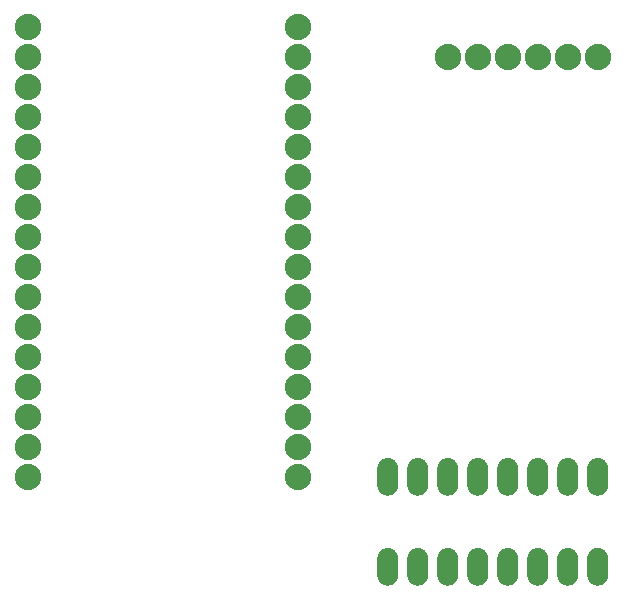
<source format=gbs>
G04 MADE WITH FRITZING*
G04 WWW.FRITZING.ORG*
G04 DOUBLE SIDED*
G04 HOLES PLATED*
G04 CONTOUR ON CENTER OF CONTOUR VECTOR*
%ASAXBY*%
%FSLAX23Y23*%
%MOIN*%
%OFA0B0*%
%SFA1.0B1.0*%
%ADD10C,0.088000*%
%ADD11C,0.068189*%
%ADD12R,0.001000X0.001000*%
%LNMASK0*%
G90*
G70*
G54D10*
X1531Y2077D03*
X1631Y2077D03*
X1731Y2077D03*
X1831Y2077D03*
X1931Y2077D03*
X2031Y2077D03*
G54D11*
X1331Y377D03*
X1431Y377D03*
X1931Y377D03*
X2031Y377D03*
X1531Y377D03*
X1631Y377D03*
X1831Y377D03*
X1731Y377D03*
X2031Y677D03*
X1931Y677D03*
X1831Y677D03*
X1731Y677D03*
X1631Y677D03*
X1531Y677D03*
X1431Y677D03*
X1331Y677D03*
G54D10*
X1031Y2177D03*
X1031Y2077D03*
X1031Y1977D03*
X1031Y1877D03*
X1031Y1777D03*
X1031Y1677D03*
X1031Y1577D03*
X1031Y1477D03*
X1031Y1377D03*
X1031Y1277D03*
X1031Y1177D03*
X1031Y1077D03*
X1031Y977D03*
X1031Y877D03*
X1031Y777D03*
X1031Y677D03*
X131Y2177D03*
X131Y2077D03*
X131Y1977D03*
X131Y1877D03*
X131Y1777D03*
X131Y1677D03*
X131Y1577D03*
X131Y1477D03*
X131Y1377D03*
X131Y1277D03*
X131Y1177D03*
X131Y1077D03*
X131Y977D03*
X131Y877D03*
X131Y777D03*
X131Y677D03*
G54D12*
X1324Y741D02*
X1336Y741D01*
X1424Y741D02*
X1436Y741D01*
X1524Y741D02*
X1536Y741D01*
X1624Y741D02*
X1636Y741D01*
X1724Y741D02*
X1736Y741D01*
X1824Y741D02*
X1836Y741D01*
X1924Y741D02*
X1936Y741D01*
X2023Y741D02*
X2036Y741D01*
X1320Y740D02*
X1340Y740D01*
X1420Y740D02*
X1440Y740D01*
X1520Y740D02*
X1540Y740D01*
X1620Y740D02*
X1640Y740D01*
X1720Y740D02*
X1740Y740D01*
X1820Y740D02*
X1839Y740D01*
X1920Y740D02*
X1939Y740D01*
X2020Y740D02*
X2039Y740D01*
X1317Y739D02*
X1342Y739D01*
X1417Y739D02*
X1442Y739D01*
X1517Y739D02*
X1542Y739D01*
X1617Y739D02*
X1642Y739D01*
X1717Y739D02*
X1742Y739D01*
X1817Y739D02*
X1842Y739D01*
X1917Y739D02*
X1942Y739D01*
X2017Y739D02*
X2042Y739D01*
X1315Y738D02*
X1344Y738D01*
X1415Y738D02*
X1444Y738D01*
X1515Y738D02*
X1544Y738D01*
X1615Y738D02*
X1644Y738D01*
X1715Y738D02*
X1744Y738D01*
X1815Y738D02*
X1844Y738D01*
X1915Y738D02*
X1944Y738D01*
X2015Y738D02*
X2044Y738D01*
X1313Y737D02*
X1346Y737D01*
X1413Y737D02*
X1446Y737D01*
X1513Y737D02*
X1546Y737D01*
X1613Y737D02*
X1646Y737D01*
X1713Y737D02*
X1746Y737D01*
X1813Y737D02*
X1846Y737D01*
X1913Y737D02*
X1946Y737D01*
X2013Y737D02*
X2046Y737D01*
X1312Y736D02*
X1348Y736D01*
X1411Y736D02*
X1448Y736D01*
X1511Y736D02*
X1548Y736D01*
X1611Y736D02*
X1648Y736D01*
X1711Y736D02*
X1748Y736D01*
X1811Y736D02*
X1848Y736D01*
X1911Y736D02*
X1948Y736D01*
X2011Y736D02*
X2048Y736D01*
X1310Y735D02*
X1349Y735D01*
X1410Y735D02*
X1449Y735D01*
X1510Y735D02*
X1549Y735D01*
X1610Y735D02*
X1649Y735D01*
X1710Y735D02*
X1749Y735D01*
X1810Y735D02*
X1849Y735D01*
X1910Y735D02*
X1949Y735D01*
X2010Y735D02*
X2049Y735D01*
X1309Y734D02*
X1351Y734D01*
X1409Y734D02*
X1451Y734D01*
X1509Y734D02*
X1551Y734D01*
X1609Y734D02*
X1651Y734D01*
X1709Y734D02*
X1751Y734D01*
X1809Y734D02*
X1851Y734D01*
X1909Y734D02*
X1951Y734D01*
X2009Y734D02*
X2051Y734D01*
X1308Y733D02*
X1352Y733D01*
X1408Y733D02*
X1452Y733D01*
X1508Y733D02*
X1552Y733D01*
X1608Y733D02*
X1652Y733D01*
X1707Y733D02*
X1752Y733D01*
X1807Y733D02*
X1852Y733D01*
X1907Y733D02*
X1952Y733D01*
X2007Y733D02*
X2052Y733D01*
X1306Y732D02*
X1353Y732D01*
X1406Y732D02*
X1453Y732D01*
X1506Y732D02*
X1553Y732D01*
X1606Y732D02*
X1653Y732D01*
X1706Y732D02*
X1753Y732D01*
X1806Y732D02*
X1853Y732D01*
X1906Y732D02*
X1953Y732D01*
X2006Y732D02*
X2053Y732D01*
X1306Y731D02*
X1354Y731D01*
X1405Y731D02*
X1454Y731D01*
X1505Y731D02*
X1554Y731D01*
X1605Y731D02*
X1654Y731D01*
X1705Y731D02*
X1754Y731D01*
X1805Y731D02*
X1854Y731D01*
X1905Y731D02*
X1954Y731D01*
X2005Y731D02*
X2054Y731D01*
X1305Y730D02*
X1355Y730D01*
X1405Y730D02*
X1455Y730D01*
X1505Y730D02*
X1555Y730D01*
X1605Y730D02*
X1655Y730D01*
X1704Y730D02*
X1755Y730D01*
X1804Y730D02*
X1855Y730D01*
X1904Y730D02*
X1955Y730D01*
X2004Y730D02*
X2055Y730D01*
X1304Y729D02*
X1356Y729D01*
X1404Y729D02*
X1456Y729D01*
X1504Y729D02*
X1556Y729D01*
X1604Y729D02*
X1656Y729D01*
X1704Y729D02*
X1756Y729D01*
X1804Y729D02*
X1856Y729D01*
X1904Y729D02*
X1956Y729D01*
X2004Y729D02*
X2056Y729D01*
X1303Y728D02*
X1357Y728D01*
X1403Y728D02*
X1456Y728D01*
X1503Y728D02*
X1556Y728D01*
X1603Y728D02*
X1656Y728D01*
X1703Y728D02*
X1756Y728D01*
X1803Y728D02*
X1856Y728D01*
X1903Y728D02*
X1956Y728D01*
X2003Y728D02*
X2056Y728D01*
X1302Y727D02*
X1357Y727D01*
X1402Y727D02*
X1457Y727D01*
X1502Y727D02*
X1557Y727D01*
X1602Y727D02*
X1657Y727D01*
X1702Y727D02*
X1757Y727D01*
X1802Y727D02*
X1857Y727D01*
X1902Y727D02*
X1957Y727D01*
X2002Y727D02*
X2057Y727D01*
X1302Y726D02*
X1358Y726D01*
X1402Y726D02*
X1458Y726D01*
X1502Y726D02*
X1558Y726D01*
X1602Y726D02*
X1658Y726D01*
X1702Y726D02*
X1758Y726D01*
X1802Y726D02*
X1858Y726D01*
X1901Y726D02*
X1958Y726D01*
X2001Y726D02*
X2058Y726D01*
X1301Y725D02*
X1358Y725D01*
X1401Y725D02*
X1458Y725D01*
X1501Y725D02*
X1558Y725D01*
X1601Y725D02*
X1658Y725D01*
X1701Y725D02*
X1758Y725D01*
X1801Y725D02*
X1858Y725D01*
X1901Y725D02*
X1958Y725D01*
X2001Y725D02*
X2058Y725D01*
X1300Y724D02*
X1359Y724D01*
X1400Y724D02*
X1459Y724D01*
X1500Y724D02*
X1559Y724D01*
X1600Y724D02*
X1659Y724D01*
X1700Y724D02*
X1759Y724D01*
X1800Y724D02*
X1859Y724D01*
X1900Y724D02*
X1959Y724D01*
X2000Y724D02*
X2059Y724D01*
X1300Y723D02*
X1360Y723D01*
X1400Y723D02*
X1460Y723D01*
X1500Y723D02*
X1560Y723D01*
X1600Y723D02*
X1659Y723D01*
X1700Y723D02*
X1759Y723D01*
X1800Y723D02*
X1859Y723D01*
X1900Y723D02*
X1959Y723D01*
X2000Y723D02*
X2059Y723D01*
X1300Y722D02*
X1360Y722D01*
X1399Y722D02*
X1460Y722D01*
X1499Y722D02*
X1560Y722D01*
X1599Y722D02*
X1660Y722D01*
X1699Y722D02*
X1760Y722D01*
X1799Y722D02*
X1860Y722D01*
X1899Y722D02*
X1960Y722D01*
X1999Y722D02*
X2060Y722D01*
X1299Y721D02*
X1361Y721D01*
X1399Y721D02*
X1460Y721D01*
X1499Y721D02*
X1560Y721D01*
X1599Y721D02*
X1660Y721D01*
X1699Y721D02*
X1760Y721D01*
X1799Y721D02*
X1860Y721D01*
X1899Y721D02*
X1960Y721D01*
X1999Y721D02*
X2060Y721D01*
X1299Y720D02*
X1361Y720D01*
X1399Y720D02*
X1461Y720D01*
X1499Y720D02*
X1561Y720D01*
X1599Y720D02*
X1661Y720D01*
X1699Y720D02*
X1761Y720D01*
X1798Y720D02*
X1861Y720D01*
X1898Y720D02*
X1961Y720D01*
X1998Y720D02*
X2061Y720D01*
X1298Y719D02*
X1361Y719D01*
X1398Y719D02*
X1461Y719D01*
X1498Y719D02*
X1561Y719D01*
X1598Y719D02*
X1661Y719D01*
X1698Y719D02*
X1761Y719D01*
X1798Y719D02*
X1861Y719D01*
X1898Y719D02*
X1961Y719D01*
X1998Y719D02*
X2061Y719D01*
X1298Y718D02*
X1362Y718D01*
X1398Y718D02*
X1462Y718D01*
X1498Y718D02*
X1562Y718D01*
X1598Y718D02*
X1662Y718D01*
X1698Y718D02*
X1762Y718D01*
X1798Y718D02*
X1861Y718D01*
X1898Y718D02*
X1961Y718D01*
X1998Y718D02*
X2061Y718D01*
X1298Y717D02*
X1362Y717D01*
X1398Y717D02*
X1462Y717D01*
X1498Y717D02*
X1562Y717D01*
X1598Y717D02*
X1662Y717D01*
X1697Y717D02*
X1762Y717D01*
X1797Y717D02*
X1862Y717D01*
X1897Y717D02*
X1962Y717D01*
X1997Y717D02*
X2062Y717D01*
X1297Y716D02*
X1362Y716D01*
X1397Y716D02*
X1462Y716D01*
X1497Y716D02*
X1562Y716D01*
X1597Y716D02*
X1662Y716D01*
X1697Y716D02*
X1762Y716D01*
X1797Y716D02*
X1862Y716D01*
X1897Y716D02*
X1962Y716D01*
X1997Y716D02*
X2062Y716D01*
X1297Y715D02*
X1362Y715D01*
X1397Y715D02*
X1462Y715D01*
X1497Y715D02*
X1562Y715D01*
X1597Y715D02*
X1662Y715D01*
X1697Y715D02*
X1762Y715D01*
X1797Y715D02*
X1862Y715D01*
X1897Y715D02*
X1962Y715D01*
X1997Y715D02*
X2062Y715D01*
X1297Y714D02*
X1363Y714D01*
X1397Y714D02*
X1463Y714D01*
X1497Y714D02*
X1563Y714D01*
X1597Y714D02*
X1663Y714D01*
X1697Y714D02*
X1763Y714D01*
X1797Y714D02*
X1863Y714D01*
X1897Y714D02*
X1963Y714D01*
X1997Y714D02*
X2062Y714D01*
X1297Y713D02*
X1363Y713D01*
X1397Y713D02*
X1463Y713D01*
X1497Y713D02*
X1563Y713D01*
X1597Y713D02*
X1663Y713D01*
X1697Y713D02*
X1763Y713D01*
X1797Y713D02*
X1863Y713D01*
X1897Y713D02*
X1963Y713D01*
X1996Y713D02*
X2063Y713D01*
X1297Y712D02*
X1363Y712D01*
X1396Y712D02*
X1463Y712D01*
X1496Y712D02*
X1563Y712D01*
X1596Y712D02*
X1663Y712D01*
X1696Y712D02*
X1763Y712D01*
X1796Y712D02*
X1863Y712D01*
X1896Y712D02*
X1963Y712D01*
X1996Y712D02*
X2063Y712D01*
X1296Y711D02*
X1363Y711D01*
X1396Y711D02*
X1463Y711D01*
X1496Y711D02*
X1563Y711D01*
X1596Y711D02*
X1663Y711D01*
X1696Y711D02*
X1763Y711D01*
X1796Y711D02*
X1863Y711D01*
X1896Y711D02*
X1963Y711D01*
X1996Y711D02*
X2063Y711D01*
X1296Y710D02*
X1363Y710D01*
X1396Y710D02*
X1463Y710D01*
X1496Y710D02*
X1563Y710D01*
X1596Y710D02*
X1663Y710D01*
X1696Y710D02*
X1763Y710D01*
X1796Y710D02*
X1863Y710D01*
X1896Y710D02*
X1963Y710D01*
X1996Y710D02*
X2063Y710D01*
X1296Y709D02*
X1363Y709D01*
X1396Y709D02*
X1463Y709D01*
X1496Y709D02*
X1563Y709D01*
X1596Y709D02*
X1663Y709D01*
X1696Y709D02*
X1763Y709D01*
X1796Y709D02*
X1863Y709D01*
X1896Y709D02*
X1963Y709D01*
X1996Y709D02*
X2063Y709D01*
X1296Y708D02*
X1363Y708D01*
X1396Y708D02*
X1463Y708D01*
X1496Y708D02*
X1563Y708D01*
X1596Y708D02*
X1663Y708D01*
X1696Y708D02*
X1763Y708D01*
X1796Y708D02*
X1863Y708D01*
X1896Y708D02*
X1963Y708D01*
X1996Y708D02*
X2063Y708D01*
X1296Y707D02*
X1363Y707D01*
X1396Y707D02*
X1463Y707D01*
X1496Y707D02*
X1563Y707D01*
X1596Y707D02*
X1663Y707D01*
X1696Y707D02*
X1763Y707D01*
X1796Y707D02*
X1863Y707D01*
X1896Y707D02*
X1963Y707D01*
X1996Y707D02*
X2063Y707D01*
X1296Y706D02*
X1363Y706D01*
X1396Y706D02*
X1463Y706D01*
X1496Y706D02*
X1563Y706D01*
X1596Y706D02*
X1663Y706D01*
X1696Y706D02*
X1763Y706D01*
X1796Y706D02*
X1863Y706D01*
X1896Y706D02*
X1963Y706D01*
X1996Y706D02*
X2063Y706D01*
X1296Y705D02*
X1363Y705D01*
X1396Y705D02*
X1463Y705D01*
X1496Y705D02*
X1563Y705D01*
X1596Y705D02*
X1663Y705D01*
X1696Y705D02*
X1763Y705D01*
X1796Y705D02*
X1863Y705D01*
X1896Y705D02*
X1963Y705D01*
X1996Y705D02*
X2063Y705D01*
X1296Y704D02*
X1363Y704D01*
X1396Y704D02*
X1463Y704D01*
X1496Y704D02*
X1563Y704D01*
X1596Y704D02*
X1663Y704D01*
X1696Y704D02*
X1763Y704D01*
X1796Y704D02*
X1863Y704D01*
X1896Y704D02*
X1963Y704D01*
X1996Y704D02*
X2063Y704D01*
X1296Y703D02*
X1363Y703D01*
X1396Y703D02*
X1463Y703D01*
X1496Y703D02*
X1563Y703D01*
X1596Y703D02*
X1663Y703D01*
X1696Y703D02*
X1763Y703D01*
X1796Y703D02*
X1863Y703D01*
X1896Y703D02*
X1963Y703D01*
X1996Y703D02*
X2063Y703D01*
X1296Y702D02*
X1363Y702D01*
X1396Y702D02*
X1463Y702D01*
X1496Y702D02*
X1563Y702D01*
X1596Y702D02*
X1663Y702D01*
X1696Y702D02*
X1763Y702D01*
X1796Y702D02*
X1863Y702D01*
X1896Y702D02*
X1963Y702D01*
X1996Y702D02*
X2063Y702D01*
X1296Y701D02*
X1363Y701D01*
X1396Y701D02*
X1463Y701D01*
X1496Y701D02*
X1563Y701D01*
X1596Y701D02*
X1663Y701D01*
X1696Y701D02*
X1763Y701D01*
X1796Y701D02*
X1863Y701D01*
X1896Y701D02*
X1963Y701D01*
X1996Y701D02*
X2063Y701D01*
X1296Y700D02*
X1363Y700D01*
X1396Y700D02*
X1463Y700D01*
X1496Y700D02*
X1563Y700D01*
X1596Y700D02*
X1663Y700D01*
X1696Y700D02*
X1763Y700D01*
X1796Y700D02*
X1863Y700D01*
X1896Y700D02*
X1963Y700D01*
X1996Y700D02*
X2063Y700D01*
X1296Y699D02*
X1363Y699D01*
X1396Y699D02*
X1463Y699D01*
X1496Y699D02*
X1563Y699D01*
X1596Y699D02*
X1663Y699D01*
X1696Y699D02*
X1763Y699D01*
X1796Y699D02*
X1863Y699D01*
X1896Y699D02*
X1963Y699D01*
X1996Y699D02*
X2063Y699D01*
X1296Y698D02*
X1363Y698D01*
X1396Y698D02*
X1463Y698D01*
X1496Y698D02*
X1563Y698D01*
X1596Y698D02*
X1663Y698D01*
X1696Y698D02*
X1763Y698D01*
X1796Y698D02*
X1863Y698D01*
X1896Y698D02*
X1963Y698D01*
X1996Y698D02*
X2063Y698D01*
X1296Y697D02*
X1363Y697D01*
X1396Y697D02*
X1463Y697D01*
X1496Y697D02*
X1563Y697D01*
X1596Y697D02*
X1663Y697D01*
X1696Y697D02*
X1763Y697D01*
X1796Y697D02*
X1863Y697D01*
X1896Y697D02*
X1963Y697D01*
X1996Y697D02*
X2063Y697D01*
X1296Y696D02*
X1363Y696D01*
X1396Y696D02*
X1463Y696D01*
X1496Y696D02*
X1563Y696D01*
X1596Y696D02*
X1663Y696D01*
X1696Y696D02*
X1763Y696D01*
X1796Y696D02*
X1863Y696D01*
X1896Y696D02*
X1963Y696D01*
X1996Y696D02*
X2063Y696D01*
X1296Y695D02*
X1363Y695D01*
X1396Y695D02*
X1463Y695D01*
X1496Y695D02*
X1563Y695D01*
X1596Y695D02*
X1663Y695D01*
X1696Y695D02*
X1763Y695D01*
X1796Y695D02*
X1863Y695D01*
X1896Y695D02*
X1963Y695D01*
X1996Y695D02*
X2063Y695D01*
X1296Y694D02*
X1363Y694D01*
X1396Y694D02*
X1463Y694D01*
X1496Y694D02*
X1563Y694D01*
X1596Y694D02*
X1663Y694D01*
X1696Y694D02*
X1763Y694D01*
X1796Y694D02*
X1863Y694D01*
X1896Y694D02*
X1963Y694D01*
X1996Y694D02*
X2063Y694D01*
X1296Y693D02*
X1363Y693D01*
X1396Y693D02*
X1463Y693D01*
X1496Y693D02*
X1563Y693D01*
X1596Y693D02*
X1663Y693D01*
X1696Y693D02*
X1763Y693D01*
X1796Y693D02*
X1863Y693D01*
X1896Y693D02*
X1963Y693D01*
X1996Y693D02*
X2063Y693D01*
X1296Y692D02*
X1325Y692D01*
X1334Y692D02*
X1363Y692D01*
X1396Y692D02*
X1425Y692D01*
X1434Y692D02*
X1463Y692D01*
X1496Y692D02*
X1525Y692D01*
X1534Y692D02*
X1563Y692D01*
X1596Y692D02*
X1625Y692D01*
X1634Y692D02*
X1663Y692D01*
X1696Y692D02*
X1725Y692D01*
X1734Y692D02*
X1763Y692D01*
X1796Y692D02*
X1825Y692D01*
X1834Y692D02*
X1863Y692D01*
X1896Y692D02*
X1925Y692D01*
X1934Y692D02*
X1963Y692D01*
X1996Y692D02*
X2025Y692D01*
X2034Y692D02*
X2063Y692D01*
X1296Y691D02*
X1323Y691D01*
X1337Y691D02*
X1363Y691D01*
X1396Y691D02*
X1423Y691D01*
X1437Y691D02*
X1463Y691D01*
X1496Y691D02*
X1523Y691D01*
X1537Y691D02*
X1563Y691D01*
X1596Y691D02*
X1623Y691D01*
X1637Y691D02*
X1663Y691D01*
X1696Y691D02*
X1723Y691D01*
X1737Y691D02*
X1763Y691D01*
X1796Y691D02*
X1823Y691D01*
X1837Y691D02*
X1863Y691D01*
X1896Y691D02*
X1922Y691D01*
X1937Y691D02*
X1963Y691D01*
X1996Y691D02*
X2022Y691D01*
X2037Y691D02*
X2063Y691D01*
X1296Y690D02*
X1321Y690D01*
X1338Y690D02*
X1363Y690D01*
X1396Y690D02*
X1421Y690D01*
X1438Y690D02*
X1463Y690D01*
X1496Y690D02*
X1521Y690D01*
X1538Y690D02*
X1563Y690D01*
X1596Y690D02*
X1621Y690D01*
X1638Y690D02*
X1663Y690D01*
X1696Y690D02*
X1721Y690D01*
X1738Y690D02*
X1763Y690D01*
X1796Y690D02*
X1821Y690D01*
X1838Y690D02*
X1863Y690D01*
X1896Y690D02*
X1921Y690D01*
X1938Y690D02*
X1963Y690D01*
X1996Y690D02*
X2021Y690D01*
X2038Y690D02*
X2063Y690D01*
X1296Y689D02*
X1320Y689D01*
X1340Y689D02*
X1363Y689D01*
X1396Y689D02*
X1420Y689D01*
X1440Y689D02*
X1463Y689D01*
X1496Y689D02*
X1520Y689D01*
X1540Y689D02*
X1563Y689D01*
X1596Y689D02*
X1620Y689D01*
X1640Y689D02*
X1663Y689D01*
X1696Y689D02*
X1720Y689D01*
X1740Y689D02*
X1763Y689D01*
X1796Y689D02*
X1820Y689D01*
X1840Y689D02*
X1863Y689D01*
X1896Y689D02*
X1920Y689D01*
X1939Y689D02*
X1963Y689D01*
X1996Y689D02*
X2020Y689D01*
X2039Y689D02*
X2063Y689D01*
X1296Y688D02*
X1319Y688D01*
X1341Y688D02*
X1363Y688D01*
X1396Y688D02*
X1419Y688D01*
X1441Y688D02*
X1463Y688D01*
X1496Y688D02*
X1519Y688D01*
X1541Y688D02*
X1563Y688D01*
X1596Y688D02*
X1619Y688D01*
X1641Y688D02*
X1663Y688D01*
X1696Y688D02*
X1719Y688D01*
X1741Y688D02*
X1763Y688D01*
X1796Y688D02*
X1819Y688D01*
X1841Y688D02*
X1863Y688D01*
X1896Y688D02*
X1919Y688D01*
X1940Y688D02*
X1963Y688D01*
X1996Y688D02*
X2019Y688D01*
X2040Y688D02*
X2063Y688D01*
X1296Y687D02*
X1318Y687D01*
X1342Y687D02*
X1363Y687D01*
X1396Y687D02*
X1418Y687D01*
X1441Y687D02*
X1463Y687D01*
X1496Y687D02*
X1518Y687D01*
X1541Y687D02*
X1563Y687D01*
X1596Y687D02*
X1618Y687D01*
X1641Y687D02*
X1663Y687D01*
X1696Y687D02*
X1718Y687D01*
X1741Y687D02*
X1763Y687D01*
X1796Y687D02*
X1818Y687D01*
X1841Y687D02*
X1863Y687D01*
X1896Y687D02*
X1918Y687D01*
X1941Y687D02*
X1963Y687D01*
X1996Y687D02*
X2018Y687D01*
X2041Y687D02*
X2063Y687D01*
X1296Y686D02*
X1317Y686D01*
X1342Y686D02*
X1363Y686D01*
X1396Y686D02*
X1417Y686D01*
X1442Y686D02*
X1463Y686D01*
X1496Y686D02*
X1517Y686D01*
X1542Y686D02*
X1563Y686D01*
X1596Y686D02*
X1617Y686D01*
X1642Y686D02*
X1663Y686D01*
X1696Y686D02*
X1717Y686D01*
X1742Y686D02*
X1763Y686D01*
X1796Y686D02*
X1817Y686D01*
X1842Y686D02*
X1863Y686D01*
X1896Y686D02*
X1917Y686D01*
X1942Y686D02*
X1963Y686D01*
X1996Y686D02*
X2017Y686D01*
X2042Y686D02*
X2063Y686D01*
X1296Y685D02*
X1317Y685D01*
X1343Y685D02*
X1363Y685D01*
X1396Y685D02*
X1417Y685D01*
X1443Y685D02*
X1463Y685D01*
X1496Y685D02*
X1517Y685D01*
X1543Y685D02*
X1563Y685D01*
X1596Y685D02*
X1617Y685D01*
X1643Y685D02*
X1663Y685D01*
X1696Y685D02*
X1717Y685D01*
X1743Y685D02*
X1763Y685D01*
X1796Y685D02*
X1817Y685D01*
X1843Y685D02*
X1863Y685D01*
X1896Y685D02*
X1917Y685D01*
X1943Y685D02*
X1963Y685D01*
X1996Y685D02*
X2017Y685D01*
X2043Y685D02*
X2063Y685D01*
X1296Y684D02*
X1316Y684D01*
X1343Y684D02*
X1363Y684D01*
X1396Y684D02*
X1416Y684D01*
X1443Y684D02*
X1463Y684D01*
X1496Y684D02*
X1516Y684D01*
X1543Y684D02*
X1563Y684D01*
X1596Y684D02*
X1616Y684D01*
X1643Y684D02*
X1663Y684D01*
X1696Y684D02*
X1716Y684D01*
X1743Y684D02*
X1763Y684D01*
X1796Y684D02*
X1816Y684D01*
X1843Y684D02*
X1863Y684D01*
X1896Y684D02*
X1916Y684D01*
X1943Y684D02*
X1963Y684D01*
X1996Y684D02*
X2016Y684D01*
X2043Y684D02*
X2063Y684D01*
X1296Y683D02*
X1316Y683D01*
X1344Y683D02*
X1363Y683D01*
X1396Y683D02*
X1416Y683D01*
X1444Y683D02*
X1463Y683D01*
X1496Y683D02*
X1516Y683D01*
X1544Y683D02*
X1563Y683D01*
X1596Y683D02*
X1616Y683D01*
X1644Y683D02*
X1663Y683D01*
X1696Y683D02*
X1716Y683D01*
X1744Y683D02*
X1763Y683D01*
X1796Y683D02*
X1816Y683D01*
X1844Y683D02*
X1863Y683D01*
X1896Y683D02*
X1916Y683D01*
X1943Y683D02*
X1963Y683D01*
X1996Y683D02*
X2016Y683D01*
X2043Y683D02*
X2063Y683D01*
X1296Y682D02*
X1316Y682D01*
X1344Y682D02*
X1363Y682D01*
X1396Y682D02*
X1416Y682D01*
X1444Y682D02*
X1463Y682D01*
X1496Y682D02*
X1516Y682D01*
X1544Y682D02*
X1563Y682D01*
X1596Y682D02*
X1616Y682D01*
X1644Y682D02*
X1663Y682D01*
X1696Y682D02*
X1715Y682D01*
X1744Y682D02*
X1763Y682D01*
X1796Y682D02*
X1815Y682D01*
X1844Y682D02*
X1863Y682D01*
X1896Y682D02*
X1915Y682D01*
X1944Y682D02*
X1963Y682D01*
X1996Y682D02*
X2015Y682D01*
X2044Y682D02*
X2063Y682D01*
X1296Y681D02*
X1315Y681D01*
X1344Y681D02*
X1363Y681D01*
X1396Y681D02*
X1415Y681D01*
X1444Y681D02*
X1463Y681D01*
X1496Y681D02*
X1515Y681D01*
X1544Y681D02*
X1563Y681D01*
X1596Y681D02*
X1615Y681D01*
X1644Y681D02*
X1663Y681D01*
X1696Y681D02*
X1715Y681D01*
X1744Y681D02*
X1763Y681D01*
X1796Y681D02*
X1815Y681D01*
X1844Y681D02*
X1863Y681D01*
X1896Y681D02*
X1915Y681D01*
X1944Y681D02*
X1963Y681D01*
X1996Y681D02*
X2015Y681D01*
X2044Y681D02*
X2063Y681D01*
X1296Y680D02*
X1315Y680D01*
X1344Y680D02*
X1363Y680D01*
X1396Y680D02*
X1415Y680D01*
X1444Y680D02*
X1463Y680D01*
X1496Y680D02*
X1515Y680D01*
X1544Y680D02*
X1563Y680D01*
X1596Y680D02*
X1615Y680D01*
X1644Y680D02*
X1663Y680D01*
X1696Y680D02*
X1715Y680D01*
X1744Y680D02*
X1763Y680D01*
X1796Y680D02*
X1815Y680D01*
X1844Y680D02*
X1863Y680D01*
X1896Y680D02*
X1915Y680D01*
X1944Y680D02*
X1963Y680D01*
X1996Y680D02*
X2015Y680D01*
X2044Y680D02*
X2063Y680D01*
X1296Y679D02*
X1315Y679D01*
X1344Y679D02*
X1363Y679D01*
X1396Y679D02*
X1415Y679D01*
X1444Y679D02*
X1463Y679D01*
X1496Y679D02*
X1515Y679D01*
X1544Y679D02*
X1563Y679D01*
X1596Y679D02*
X1615Y679D01*
X1644Y679D02*
X1663Y679D01*
X1696Y679D02*
X1715Y679D01*
X1744Y679D02*
X1763Y679D01*
X1796Y679D02*
X1815Y679D01*
X1844Y679D02*
X1863Y679D01*
X1896Y679D02*
X1915Y679D01*
X1944Y679D02*
X1963Y679D01*
X1996Y679D02*
X2015Y679D01*
X2044Y679D02*
X2063Y679D01*
X1296Y678D02*
X1315Y678D01*
X1344Y678D02*
X1363Y678D01*
X1396Y678D02*
X1415Y678D01*
X1444Y678D02*
X1463Y678D01*
X1496Y678D02*
X1515Y678D01*
X1544Y678D02*
X1563Y678D01*
X1596Y678D02*
X1615Y678D01*
X1644Y678D02*
X1663Y678D01*
X1696Y678D02*
X1715Y678D01*
X1744Y678D02*
X1763Y678D01*
X1796Y678D02*
X1815Y678D01*
X1844Y678D02*
X1863Y678D01*
X1896Y678D02*
X1915Y678D01*
X1944Y678D02*
X1963Y678D01*
X1996Y678D02*
X2015Y678D01*
X2044Y678D02*
X2063Y678D01*
X1296Y677D02*
X1315Y677D01*
X1344Y677D02*
X1363Y677D01*
X1396Y677D02*
X1415Y677D01*
X1444Y677D02*
X1463Y677D01*
X1496Y677D02*
X1515Y677D01*
X1544Y677D02*
X1563Y677D01*
X1596Y677D02*
X1615Y677D01*
X1644Y677D02*
X1663Y677D01*
X1696Y677D02*
X1715Y677D01*
X1744Y677D02*
X1763Y677D01*
X1796Y677D02*
X1815Y677D01*
X1844Y677D02*
X1863Y677D01*
X1896Y677D02*
X1915Y677D01*
X1944Y677D02*
X1963Y677D01*
X1996Y677D02*
X2015Y677D01*
X2044Y677D02*
X2063Y677D01*
X1296Y676D02*
X1315Y676D01*
X1344Y676D02*
X1363Y676D01*
X1396Y676D02*
X1415Y676D01*
X1444Y676D02*
X1463Y676D01*
X1496Y676D02*
X1515Y676D01*
X1544Y676D02*
X1563Y676D01*
X1596Y676D02*
X1615Y676D01*
X1644Y676D02*
X1663Y676D01*
X1696Y676D02*
X1715Y676D01*
X1744Y676D02*
X1763Y676D01*
X1796Y676D02*
X1815Y676D01*
X1844Y676D02*
X1863Y676D01*
X1896Y676D02*
X1915Y676D01*
X1944Y676D02*
X1963Y676D01*
X1996Y676D02*
X2015Y676D01*
X2044Y676D02*
X2063Y676D01*
X1296Y675D02*
X1316Y675D01*
X1344Y675D02*
X1363Y675D01*
X1396Y675D02*
X1416Y675D01*
X1444Y675D02*
X1463Y675D01*
X1496Y675D02*
X1516Y675D01*
X1544Y675D02*
X1563Y675D01*
X1596Y675D02*
X1616Y675D01*
X1644Y675D02*
X1663Y675D01*
X1696Y675D02*
X1715Y675D01*
X1744Y675D02*
X1763Y675D01*
X1796Y675D02*
X1815Y675D01*
X1844Y675D02*
X1863Y675D01*
X1896Y675D02*
X1915Y675D01*
X1944Y675D02*
X1963Y675D01*
X1996Y675D02*
X2015Y675D01*
X2044Y675D02*
X2063Y675D01*
X1296Y674D02*
X1316Y674D01*
X1344Y674D02*
X1363Y674D01*
X1396Y674D02*
X1416Y674D01*
X1444Y674D02*
X1463Y674D01*
X1496Y674D02*
X1516Y674D01*
X1544Y674D02*
X1563Y674D01*
X1596Y674D02*
X1616Y674D01*
X1644Y674D02*
X1663Y674D01*
X1696Y674D02*
X1716Y674D01*
X1744Y674D02*
X1763Y674D01*
X1796Y674D02*
X1816Y674D01*
X1843Y674D02*
X1863Y674D01*
X1896Y674D02*
X1916Y674D01*
X1943Y674D02*
X1963Y674D01*
X1996Y674D02*
X2016Y674D01*
X2043Y674D02*
X2063Y674D01*
X1296Y673D02*
X1316Y673D01*
X1343Y673D02*
X1363Y673D01*
X1396Y673D02*
X1416Y673D01*
X1443Y673D02*
X1463Y673D01*
X1496Y673D02*
X1516Y673D01*
X1543Y673D02*
X1563Y673D01*
X1596Y673D02*
X1616Y673D01*
X1643Y673D02*
X1663Y673D01*
X1696Y673D02*
X1716Y673D01*
X1743Y673D02*
X1763Y673D01*
X1796Y673D02*
X1816Y673D01*
X1843Y673D02*
X1863Y673D01*
X1896Y673D02*
X1916Y673D01*
X1943Y673D02*
X1963Y673D01*
X1996Y673D02*
X2016Y673D01*
X2043Y673D02*
X2063Y673D01*
X1296Y672D02*
X1317Y672D01*
X1343Y672D02*
X1363Y672D01*
X1396Y672D02*
X1417Y672D01*
X1443Y672D02*
X1463Y672D01*
X1496Y672D02*
X1517Y672D01*
X1543Y672D02*
X1563Y672D01*
X1596Y672D02*
X1617Y672D01*
X1643Y672D02*
X1663Y672D01*
X1696Y672D02*
X1717Y672D01*
X1743Y672D02*
X1763Y672D01*
X1796Y672D02*
X1817Y672D01*
X1843Y672D02*
X1863Y672D01*
X1896Y672D02*
X1917Y672D01*
X1943Y672D02*
X1963Y672D01*
X1996Y672D02*
X2017Y672D01*
X2043Y672D02*
X2063Y672D01*
X1296Y671D02*
X1317Y671D01*
X1342Y671D02*
X1363Y671D01*
X1396Y671D02*
X1417Y671D01*
X1442Y671D02*
X1463Y671D01*
X1496Y671D02*
X1517Y671D01*
X1542Y671D02*
X1563Y671D01*
X1596Y671D02*
X1617Y671D01*
X1642Y671D02*
X1663Y671D01*
X1696Y671D02*
X1717Y671D01*
X1742Y671D02*
X1763Y671D01*
X1796Y671D02*
X1817Y671D01*
X1842Y671D02*
X1863Y671D01*
X1896Y671D02*
X1917Y671D01*
X1942Y671D02*
X1963Y671D01*
X1996Y671D02*
X2017Y671D01*
X2042Y671D02*
X2063Y671D01*
X1296Y670D02*
X1318Y670D01*
X1341Y670D02*
X1363Y670D01*
X1396Y670D02*
X1418Y670D01*
X1441Y670D02*
X1463Y670D01*
X1496Y670D02*
X1518Y670D01*
X1541Y670D02*
X1563Y670D01*
X1596Y670D02*
X1618Y670D01*
X1641Y670D02*
X1663Y670D01*
X1696Y670D02*
X1718Y670D01*
X1741Y670D02*
X1763Y670D01*
X1796Y670D02*
X1818Y670D01*
X1841Y670D02*
X1863Y670D01*
X1896Y670D02*
X1918Y670D01*
X1941Y670D02*
X1963Y670D01*
X1996Y670D02*
X2018Y670D01*
X2041Y670D02*
X2063Y670D01*
X1296Y669D02*
X1319Y669D01*
X1341Y669D02*
X1363Y669D01*
X1396Y669D02*
X1419Y669D01*
X1441Y669D02*
X1463Y669D01*
X1496Y669D02*
X1519Y669D01*
X1541Y669D02*
X1563Y669D01*
X1596Y669D02*
X1619Y669D01*
X1641Y669D02*
X1663Y669D01*
X1696Y669D02*
X1719Y669D01*
X1740Y669D02*
X1763Y669D01*
X1796Y669D02*
X1819Y669D01*
X1840Y669D02*
X1863Y669D01*
X1896Y669D02*
X1919Y669D01*
X1940Y669D02*
X1963Y669D01*
X1996Y669D02*
X2019Y669D01*
X2040Y669D02*
X2063Y669D01*
X1296Y668D02*
X1320Y668D01*
X1340Y668D02*
X1363Y668D01*
X1396Y668D02*
X1420Y668D01*
X1440Y668D02*
X1463Y668D01*
X1496Y668D02*
X1520Y668D01*
X1540Y668D02*
X1563Y668D01*
X1596Y668D02*
X1620Y668D01*
X1639Y668D02*
X1663Y668D01*
X1696Y668D02*
X1720Y668D01*
X1739Y668D02*
X1763Y668D01*
X1796Y668D02*
X1820Y668D01*
X1839Y668D02*
X1863Y668D01*
X1896Y668D02*
X1920Y668D01*
X1939Y668D02*
X1963Y668D01*
X1996Y668D02*
X2020Y668D01*
X2039Y668D02*
X2063Y668D01*
X1296Y667D02*
X1321Y667D01*
X1338Y667D02*
X1363Y667D01*
X1396Y667D02*
X1421Y667D01*
X1438Y667D02*
X1463Y667D01*
X1496Y667D02*
X1521Y667D01*
X1538Y667D02*
X1563Y667D01*
X1596Y667D02*
X1621Y667D01*
X1638Y667D02*
X1663Y667D01*
X1696Y667D02*
X1721Y667D01*
X1738Y667D02*
X1763Y667D01*
X1796Y667D02*
X1821Y667D01*
X1838Y667D02*
X1863Y667D01*
X1896Y667D02*
X1921Y667D01*
X1938Y667D02*
X1963Y667D01*
X1996Y667D02*
X2021Y667D01*
X2038Y667D02*
X2063Y667D01*
X1296Y666D02*
X1323Y666D01*
X1337Y666D02*
X1363Y666D01*
X1396Y666D02*
X1423Y666D01*
X1437Y666D02*
X1463Y666D01*
X1496Y666D02*
X1523Y666D01*
X1537Y666D02*
X1563Y666D01*
X1596Y666D02*
X1623Y666D01*
X1637Y666D02*
X1663Y666D01*
X1696Y666D02*
X1723Y666D01*
X1737Y666D02*
X1763Y666D01*
X1796Y666D02*
X1823Y666D01*
X1837Y666D02*
X1863Y666D01*
X1896Y666D02*
X1923Y666D01*
X1937Y666D02*
X1963Y666D01*
X1996Y666D02*
X2023Y666D01*
X2037Y666D02*
X2063Y666D01*
X1296Y665D02*
X1325Y665D01*
X1334Y665D02*
X1363Y665D01*
X1396Y665D02*
X1425Y665D01*
X1434Y665D02*
X1463Y665D01*
X1496Y665D02*
X1525Y665D01*
X1534Y665D02*
X1563Y665D01*
X1596Y665D02*
X1625Y665D01*
X1634Y665D02*
X1663Y665D01*
X1696Y665D02*
X1725Y665D01*
X1734Y665D02*
X1763Y665D01*
X1796Y665D02*
X1825Y665D01*
X1834Y665D02*
X1863Y665D01*
X1896Y665D02*
X1925Y665D01*
X1934Y665D02*
X1963Y665D01*
X1996Y665D02*
X2025Y665D01*
X2034Y665D02*
X2063Y665D01*
X1296Y664D02*
X1363Y664D01*
X1396Y664D02*
X1463Y664D01*
X1496Y664D02*
X1563Y664D01*
X1596Y664D02*
X1663Y664D01*
X1696Y664D02*
X1763Y664D01*
X1796Y664D02*
X1863Y664D01*
X1896Y664D02*
X1963Y664D01*
X1996Y664D02*
X2063Y664D01*
X1296Y663D02*
X1363Y663D01*
X1396Y663D02*
X1463Y663D01*
X1496Y663D02*
X1563Y663D01*
X1596Y663D02*
X1663Y663D01*
X1696Y663D02*
X1763Y663D01*
X1796Y663D02*
X1863Y663D01*
X1896Y663D02*
X1963Y663D01*
X1996Y663D02*
X2063Y663D01*
X1296Y662D02*
X1363Y662D01*
X1396Y662D02*
X1463Y662D01*
X1496Y662D02*
X1563Y662D01*
X1596Y662D02*
X1663Y662D01*
X1696Y662D02*
X1763Y662D01*
X1796Y662D02*
X1863Y662D01*
X1896Y662D02*
X1963Y662D01*
X1996Y662D02*
X2063Y662D01*
X1296Y661D02*
X1363Y661D01*
X1396Y661D02*
X1463Y661D01*
X1496Y661D02*
X1563Y661D01*
X1596Y661D02*
X1663Y661D01*
X1696Y661D02*
X1763Y661D01*
X1796Y661D02*
X1863Y661D01*
X1896Y661D02*
X1963Y661D01*
X1996Y661D02*
X2063Y661D01*
X1296Y660D02*
X1363Y660D01*
X1396Y660D02*
X1463Y660D01*
X1496Y660D02*
X1563Y660D01*
X1596Y660D02*
X1663Y660D01*
X1696Y660D02*
X1763Y660D01*
X1796Y660D02*
X1863Y660D01*
X1896Y660D02*
X1963Y660D01*
X1996Y660D02*
X2063Y660D01*
X1296Y659D02*
X1363Y659D01*
X1396Y659D02*
X1463Y659D01*
X1496Y659D02*
X1563Y659D01*
X1596Y659D02*
X1663Y659D01*
X1696Y659D02*
X1763Y659D01*
X1796Y659D02*
X1863Y659D01*
X1896Y659D02*
X1963Y659D01*
X1996Y659D02*
X2063Y659D01*
X1296Y658D02*
X1363Y658D01*
X1396Y658D02*
X1463Y658D01*
X1496Y658D02*
X1563Y658D01*
X1596Y658D02*
X1663Y658D01*
X1696Y658D02*
X1763Y658D01*
X1796Y658D02*
X1863Y658D01*
X1896Y658D02*
X1963Y658D01*
X1996Y658D02*
X2063Y658D01*
X1296Y657D02*
X1363Y657D01*
X1396Y657D02*
X1463Y657D01*
X1496Y657D02*
X1563Y657D01*
X1596Y657D02*
X1663Y657D01*
X1696Y657D02*
X1763Y657D01*
X1796Y657D02*
X1863Y657D01*
X1896Y657D02*
X1963Y657D01*
X1996Y657D02*
X2063Y657D01*
X1296Y656D02*
X1363Y656D01*
X1396Y656D02*
X1463Y656D01*
X1496Y656D02*
X1563Y656D01*
X1596Y656D02*
X1663Y656D01*
X1696Y656D02*
X1763Y656D01*
X1796Y656D02*
X1863Y656D01*
X1896Y656D02*
X1963Y656D01*
X1996Y656D02*
X2063Y656D01*
X1296Y655D02*
X1363Y655D01*
X1396Y655D02*
X1463Y655D01*
X1496Y655D02*
X1563Y655D01*
X1596Y655D02*
X1663Y655D01*
X1696Y655D02*
X1763Y655D01*
X1796Y655D02*
X1863Y655D01*
X1896Y655D02*
X1963Y655D01*
X1996Y655D02*
X2063Y655D01*
X1296Y654D02*
X1363Y654D01*
X1396Y654D02*
X1463Y654D01*
X1496Y654D02*
X1563Y654D01*
X1596Y654D02*
X1663Y654D01*
X1696Y654D02*
X1763Y654D01*
X1796Y654D02*
X1863Y654D01*
X1896Y654D02*
X1963Y654D01*
X1996Y654D02*
X2063Y654D01*
X1296Y653D02*
X1363Y653D01*
X1396Y653D02*
X1463Y653D01*
X1496Y653D02*
X1563Y653D01*
X1596Y653D02*
X1663Y653D01*
X1696Y653D02*
X1763Y653D01*
X1796Y653D02*
X1863Y653D01*
X1896Y653D02*
X1963Y653D01*
X1996Y653D02*
X2063Y653D01*
X1296Y652D02*
X1363Y652D01*
X1396Y652D02*
X1463Y652D01*
X1496Y652D02*
X1563Y652D01*
X1596Y652D02*
X1663Y652D01*
X1696Y652D02*
X1763Y652D01*
X1796Y652D02*
X1863Y652D01*
X1896Y652D02*
X1963Y652D01*
X1996Y652D02*
X2063Y652D01*
X1296Y651D02*
X1363Y651D01*
X1396Y651D02*
X1463Y651D01*
X1496Y651D02*
X1563Y651D01*
X1596Y651D02*
X1663Y651D01*
X1696Y651D02*
X1763Y651D01*
X1796Y651D02*
X1863Y651D01*
X1896Y651D02*
X1963Y651D01*
X1996Y651D02*
X2063Y651D01*
X1296Y650D02*
X1363Y650D01*
X1396Y650D02*
X1463Y650D01*
X1496Y650D02*
X1563Y650D01*
X1596Y650D02*
X1663Y650D01*
X1696Y650D02*
X1763Y650D01*
X1796Y650D02*
X1863Y650D01*
X1896Y650D02*
X1963Y650D01*
X1996Y650D02*
X2063Y650D01*
X1296Y649D02*
X1363Y649D01*
X1396Y649D02*
X1463Y649D01*
X1496Y649D02*
X1563Y649D01*
X1596Y649D02*
X1663Y649D01*
X1696Y649D02*
X1763Y649D01*
X1796Y649D02*
X1863Y649D01*
X1896Y649D02*
X1963Y649D01*
X1996Y649D02*
X2063Y649D01*
X1296Y648D02*
X1363Y648D01*
X1396Y648D02*
X1463Y648D01*
X1496Y648D02*
X1563Y648D01*
X1596Y648D02*
X1663Y648D01*
X1696Y648D02*
X1763Y648D01*
X1796Y648D02*
X1863Y648D01*
X1896Y648D02*
X1963Y648D01*
X1996Y648D02*
X2063Y648D01*
X1296Y647D02*
X1363Y647D01*
X1396Y647D02*
X1463Y647D01*
X1496Y647D02*
X1563Y647D01*
X1596Y647D02*
X1663Y647D01*
X1696Y647D02*
X1763Y647D01*
X1796Y647D02*
X1863Y647D01*
X1896Y647D02*
X1963Y647D01*
X1996Y647D02*
X2063Y647D01*
X1296Y646D02*
X1363Y646D01*
X1396Y646D02*
X1463Y646D01*
X1496Y646D02*
X1563Y646D01*
X1596Y646D02*
X1663Y646D01*
X1696Y646D02*
X1763Y646D01*
X1796Y646D02*
X1863Y646D01*
X1896Y646D02*
X1963Y646D01*
X1996Y646D02*
X2063Y646D01*
X1297Y645D02*
X1363Y645D01*
X1397Y645D02*
X1463Y645D01*
X1496Y645D02*
X1563Y645D01*
X1596Y645D02*
X1663Y645D01*
X1696Y645D02*
X1763Y645D01*
X1796Y645D02*
X1863Y645D01*
X1896Y645D02*
X1963Y645D01*
X1996Y645D02*
X2063Y645D01*
X1297Y644D02*
X1363Y644D01*
X1397Y644D02*
X1463Y644D01*
X1497Y644D02*
X1563Y644D01*
X1597Y644D02*
X1663Y644D01*
X1697Y644D02*
X1763Y644D01*
X1797Y644D02*
X1863Y644D01*
X1897Y644D02*
X1963Y644D01*
X1996Y644D02*
X2063Y644D01*
X1297Y643D02*
X1363Y643D01*
X1397Y643D02*
X1463Y643D01*
X1497Y643D02*
X1563Y643D01*
X1597Y643D02*
X1663Y643D01*
X1697Y643D02*
X1763Y643D01*
X1797Y643D02*
X1863Y643D01*
X1897Y643D02*
X1963Y643D01*
X1997Y643D02*
X2062Y643D01*
X1297Y642D02*
X1362Y642D01*
X1397Y642D02*
X1462Y642D01*
X1497Y642D02*
X1562Y642D01*
X1597Y642D02*
X1662Y642D01*
X1697Y642D02*
X1762Y642D01*
X1797Y642D02*
X1862Y642D01*
X1897Y642D02*
X1962Y642D01*
X1997Y642D02*
X2062Y642D01*
X1297Y641D02*
X1362Y641D01*
X1397Y641D02*
X1462Y641D01*
X1497Y641D02*
X1562Y641D01*
X1597Y641D02*
X1662Y641D01*
X1697Y641D02*
X1762Y641D01*
X1797Y641D02*
X1862Y641D01*
X1897Y641D02*
X1962Y641D01*
X1997Y641D02*
X2062Y641D01*
X1298Y640D02*
X1362Y640D01*
X1398Y640D02*
X1462Y640D01*
X1498Y640D02*
X1562Y640D01*
X1598Y640D02*
X1662Y640D01*
X1698Y640D02*
X1762Y640D01*
X1797Y640D02*
X1862Y640D01*
X1897Y640D02*
X1962Y640D01*
X1997Y640D02*
X2062Y640D01*
X1298Y639D02*
X1362Y639D01*
X1398Y639D02*
X1462Y639D01*
X1498Y639D02*
X1562Y639D01*
X1598Y639D02*
X1662Y639D01*
X1698Y639D02*
X1762Y639D01*
X1798Y639D02*
X1861Y639D01*
X1898Y639D02*
X1961Y639D01*
X1998Y639D02*
X2061Y639D01*
X1298Y638D02*
X1361Y638D01*
X1398Y638D02*
X1461Y638D01*
X1498Y638D02*
X1561Y638D01*
X1598Y638D02*
X1661Y638D01*
X1698Y638D02*
X1761Y638D01*
X1798Y638D02*
X1861Y638D01*
X1898Y638D02*
X1961Y638D01*
X1998Y638D02*
X2061Y638D01*
X1299Y637D02*
X1361Y637D01*
X1399Y637D02*
X1461Y637D01*
X1499Y637D02*
X1561Y637D01*
X1599Y637D02*
X1661Y637D01*
X1699Y637D02*
X1761Y637D01*
X1799Y637D02*
X1861Y637D01*
X1898Y637D02*
X1961Y637D01*
X1998Y637D02*
X2061Y637D01*
X1299Y636D02*
X1360Y636D01*
X1399Y636D02*
X1460Y636D01*
X1499Y636D02*
X1560Y636D01*
X1599Y636D02*
X1660Y636D01*
X1699Y636D02*
X1760Y636D01*
X1799Y636D02*
X1860Y636D01*
X1899Y636D02*
X1960Y636D01*
X1999Y636D02*
X2060Y636D01*
X1300Y635D02*
X1360Y635D01*
X1400Y635D02*
X1460Y635D01*
X1499Y635D02*
X1560Y635D01*
X1599Y635D02*
X1660Y635D01*
X1699Y635D02*
X1760Y635D01*
X1799Y635D02*
X1860Y635D01*
X1899Y635D02*
X1960Y635D01*
X1999Y635D02*
X2060Y635D01*
X1300Y634D02*
X1360Y634D01*
X1400Y634D02*
X1460Y634D01*
X1500Y634D02*
X1559Y634D01*
X1600Y634D02*
X1659Y634D01*
X1700Y634D02*
X1759Y634D01*
X1800Y634D02*
X1859Y634D01*
X1900Y634D02*
X1959Y634D01*
X2000Y634D02*
X2059Y634D01*
X1301Y633D02*
X1359Y633D01*
X1400Y633D02*
X1459Y633D01*
X1500Y633D02*
X1559Y633D01*
X1600Y633D02*
X1659Y633D01*
X1700Y633D02*
X1759Y633D01*
X1800Y633D02*
X1859Y633D01*
X1900Y633D02*
X1959Y633D01*
X2000Y633D02*
X2059Y633D01*
X1301Y632D02*
X1358Y632D01*
X1401Y632D02*
X1458Y632D01*
X1501Y632D02*
X1558Y632D01*
X1601Y632D02*
X1658Y632D01*
X1701Y632D02*
X1758Y632D01*
X1801Y632D02*
X1858Y632D01*
X1901Y632D02*
X1958Y632D01*
X2001Y632D02*
X2058Y632D01*
X1302Y631D02*
X1358Y631D01*
X1402Y631D02*
X1458Y631D01*
X1502Y631D02*
X1558Y631D01*
X1602Y631D02*
X1658Y631D01*
X1702Y631D02*
X1758Y631D01*
X1802Y631D02*
X1858Y631D01*
X1902Y631D02*
X1958Y631D01*
X2001Y631D02*
X2058Y631D01*
X1302Y630D02*
X1357Y630D01*
X1402Y630D02*
X1457Y630D01*
X1502Y630D02*
X1557Y630D01*
X1602Y630D02*
X1657Y630D01*
X1702Y630D02*
X1757Y630D01*
X1802Y630D02*
X1857Y630D01*
X1902Y630D02*
X1957Y630D01*
X2002Y630D02*
X2057Y630D01*
X1303Y629D02*
X1356Y629D01*
X1403Y629D02*
X1456Y629D01*
X1503Y629D02*
X1556Y629D01*
X1603Y629D02*
X1656Y629D01*
X1703Y629D02*
X1756Y629D01*
X1803Y629D02*
X1856Y629D01*
X1903Y629D02*
X1956Y629D01*
X2003Y629D02*
X2056Y629D01*
X1304Y628D02*
X1356Y628D01*
X1404Y628D02*
X1456Y628D01*
X1504Y628D02*
X1556Y628D01*
X1604Y628D02*
X1656Y628D01*
X1704Y628D02*
X1756Y628D01*
X1804Y628D02*
X1856Y628D01*
X1904Y628D02*
X1956Y628D01*
X2004Y628D02*
X2056Y628D01*
X1305Y627D02*
X1355Y627D01*
X1405Y627D02*
X1455Y627D01*
X1505Y627D02*
X1555Y627D01*
X1605Y627D02*
X1655Y627D01*
X1705Y627D02*
X1755Y627D01*
X1805Y627D02*
X1855Y627D01*
X1904Y627D02*
X1955Y627D01*
X2004Y627D02*
X2055Y627D01*
X1306Y626D02*
X1354Y626D01*
X1406Y626D02*
X1454Y626D01*
X1506Y626D02*
X1554Y626D01*
X1605Y626D02*
X1654Y626D01*
X1705Y626D02*
X1754Y626D01*
X1805Y626D02*
X1854Y626D01*
X1905Y626D02*
X1954Y626D01*
X2005Y626D02*
X2054Y626D01*
X1307Y625D02*
X1353Y625D01*
X1407Y625D02*
X1453Y625D01*
X1506Y625D02*
X1553Y625D01*
X1606Y625D02*
X1653Y625D01*
X1706Y625D02*
X1753Y625D01*
X1806Y625D02*
X1853Y625D01*
X1906Y625D02*
X1953Y625D01*
X2006Y625D02*
X2053Y625D01*
X1308Y624D02*
X1352Y624D01*
X1408Y624D02*
X1452Y624D01*
X1508Y624D02*
X1552Y624D01*
X1608Y624D02*
X1652Y624D01*
X1708Y624D02*
X1752Y624D01*
X1808Y624D02*
X1852Y624D01*
X1907Y624D02*
X1952Y624D01*
X2007Y624D02*
X2052Y624D01*
X1309Y623D02*
X1351Y623D01*
X1409Y623D02*
X1451Y623D01*
X1509Y623D02*
X1551Y623D01*
X1609Y623D02*
X1651Y623D01*
X1709Y623D02*
X1751Y623D01*
X1809Y623D02*
X1851Y623D01*
X1909Y623D02*
X1951Y623D01*
X2009Y623D02*
X2051Y623D01*
X1310Y622D02*
X1349Y622D01*
X1410Y622D02*
X1449Y622D01*
X1510Y622D02*
X1549Y622D01*
X1610Y622D02*
X1649Y622D01*
X1710Y622D02*
X1749Y622D01*
X1810Y622D02*
X1849Y622D01*
X1910Y622D02*
X1949Y622D01*
X2010Y622D02*
X2049Y622D01*
X1312Y621D02*
X1348Y621D01*
X1412Y621D02*
X1448Y621D01*
X1512Y621D02*
X1548Y621D01*
X1612Y621D02*
X1648Y621D01*
X1712Y621D02*
X1748Y621D01*
X1811Y621D02*
X1848Y621D01*
X1911Y621D02*
X1948Y621D01*
X2011Y621D02*
X2048Y621D01*
X1313Y620D02*
X1346Y620D01*
X1413Y620D02*
X1446Y620D01*
X1513Y620D02*
X1546Y620D01*
X1613Y620D02*
X1646Y620D01*
X1713Y620D02*
X1746Y620D01*
X1813Y620D02*
X1846Y620D01*
X1913Y620D02*
X1946Y620D01*
X2013Y620D02*
X2046Y620D01*
X1315Y619D02*
X1344Y619D01*
X1415Y619D02*
X1444Y619D01*
X1515Y619D02*
X1544Y619D01*
X1615Y619D02*
X1644Y619D01*
X1715Y619D02*
X1744Y619D01*
X1815Y619D02*
X1844Y619D01*
X1915Y619D02*
X1944Y619D01*
X2015Y619D02*
X2044Y619D01*
X1317Y618D02*
X1342Y618D01*
X1417Y618D02*
X1442Y618D01*
X1517Y618D02*
X1542Y618D01*
X1617Y618D02*
X1642Y618D01*
X1717Y618D02*
X1742Y618D01*
X1817Y618D02*
X1842Y618D01*
X1917Y618D02*
X1942Y618D01*
X2017Y618D02*
X2042Y618D01*
X1320Y617D02*
X1339Y617D01*
X1420Y617D02*
X1439Y617D01*
X1520Y617D02*
X1539Y617D01*
X1620Y617D02*
X1639Y617D01*
X1720Y617D02*
X1739Y617D01*
X1820Y617D02*
X1839Y617D01*
X1920Y617D02*
X1939Y617D01*
X2020Y617D02*
X2039Y617D01*
X1324Y616D02*
X1335Y616D01*
X1424Y616D02*
X1435Y616D01*
X1524Y616D02*
X1535Y616D01*
X1624Y616D02*
X1635Y616D01*
X1724Y616D02*
X1735Y616D01*
X1824Y616D02*
X1835Y616D01*
X1924Y616D02*
X1935Y616D01*
X2024Y616D02*
X2035Y616D01*
X1323Y441D02*
X1336Y441D01*
X1423Y441D02*
X1436Y441D01*
X1523Y441D02*
X1536Y441D01*
X1623Y441D02*
X1636Y441D01*
X1723Y441D02*
X1736Y441D01*
X1823Y441D02*
X1836Y441D01*
X1923Y441D02*
X1936Y441D01*
X2023Y441D02*
X2036Y441D01*
X1320Y440D02*
X1340Y440D01*
X1420Y440D02*
X1440Y440D01*
X1520Y440D02*
X1540Y440D01*
X1620Y440D02*
X1640Y440D01*
X1720Y440D02*
X1740Y440D01*
X1820Y440D02*
X1840Y440D01*
X1920Y440D02*
X1940Y440D01*
X2019Y440D02*
X2040Y440D01*
X1317Y439D02*
X1343Y439D01*
X1417Y439D02*
X1442Y439D01*
X1517Y439D02*
X1542Y439D01*
X1617Y439D02*
X1642Y439D01*
X1717Y439D02*
X1742Y439D01*
X1817Y439D02*
X1842Y439D01*
X1917Y439D02*
X1942Y439D01*
X2017Y439D02*
X2042Y439D01*
X1315Y438D02*
X1345Y438D01*
X1415Y438D02*
X1445Y438D01*
X1515Y438D02*
X1545Y438D01*
X1615Y438D02*
X1645Y438D01*
X1715Y438D02*
X1745Y438D01*
X1815Y438D02*
X1845Y438D01*
X1915Y438D02*
X1944Y438D01*
X2015Y438D02*
X2044Y438D01*
X1313Y437D02*
X1346Y437D01*
X1413Y437D02*
X1446Y437D01*
X1513Y437D02*
X1546Y437D01*
X1613Y437D02*
X1646Y437D01*
X1713Y437D02*
X1746Y437D01*
X1813Y437D02*
X1846Y437D01*
X1913Y437D02*
X1946Y437D01*
X2013Y437D02*
X2046Y437D01*
X1311Y436D02*
X1348Y436D01*
X1411Y436D02*
X1448Y436D01*
X1511Y436D02*
X1548Y436D01*
X1611Y436D02*
X1648Y436D01*
X1711Y436D02*
X1748Y436D01*
X1811Y436D02*
X1848Y436D01*
X1911Y436D02*
X1948Y436D01*
X2011Y436D02*
X2048Y436D01*
X1310Y435D02*
X1350Y435D01*
X1410Y435D02*
X1450Y435D01*
X1510Y435D02*
X1550Y435D01*
X1610Y435D02*
X1649Y435D01*
X1710Y435D02*
X1749Y435D01*
X1810Y435D02*
X1849Y435D01*
X1910Y435D02*
X1949Y435D01*
X2010Y435D02*
X2049Y435D01*
X1309Y434D02*
X1351Y434D01*
X1409Y434D02*
X1451Y434D01*
X1509Y434D02*
X1551Y434D01*
X1609Y434D02*
X1651Y434D01*
X1709Y434D02*
X1751Y434D01*
X1808Y434D02*
X1851Y434D01*
X1908Y434D02*
X1951Y434D01*
X2008Y434D02*
X2051Y434D01*
X1307Y433D02*
X1352Y433D01*
X1407Y433D02*
X1452Y433D01*
X1507Y433D02*
X1552Y433D01*
X1607Y433D02*
X1652Y433D01*
X1707Y433D02*
X1752Y433D01*
X1807Y433D02*
X1852Y433D01*
X1907Y433D02*
X1952Y433D01*
X2007Y433D02*
X2052Y433D01*
X1306Y432D02*
X1353Y432D01*
X1406Y432D02*
X1453Y432D01*
X1506Y432D02*
X1553Y432D01*
X1606Y432D02*
X1653Y432D01*
X1706Y432D02*
X1753Y432D01*
X1806Y432D02*
X1853Y432D01*
X1906Y432D02*
X1953Y432D01*
X2006Y432D02*
X2053Y432D01*
X1305Y431D02*
X1354Y431D01*
X1405Y431D02*
X1454Y431D01*
X1505Y431D02*
X1554Y431D01*
X1605Y431D02*
X1654Y431D01*
X1705Y431D02*
X1754Y431D01*
X1805Y431D02*
X1854Y431D01*
X1905Y431D02*
X1954Y431D01*
X2005Y431D02*
X2054Y431D01*
X1305Y430D02*
X1355Y430D01*
X1405Y430D02*
X1455Y430D01*
X1504Y430D02*
X1555Y430D01*
X1604Y430D02*
X1655Y430D01*
X1704Y430D02*
X1755Y430D01*
X1804Y430D02*
X1855Y430D01*
X1904Y430D02*
X1955Y430D01*
X2004Y430D02*
X2055Y430D01*
X1304Y429D02*
X1356Y429D01*
X1404Y429D02*
X1456Y429D01*
X1504Y429D02*
X1556Y429D01*
X1604Y429D02*
X1656Y429D01*
X1704Y429D02*
X1756Y429D01*
X1804Y429D02*
X1856Y429D01*
X1904Y429D02*
X1956Y429D01*
X2004Y429D02*
X2056Y429D01*
X1303Y428D02*
X1357Y428D01*
X1403Y428D02*
X1457Y428D01*
X1503Y428D02*
X1557Y428D01*
X1603Y428D02*
X1656Y428D01*
X1703Y428D02*
X1756Y428D01*
X1803Y428D02*
X1856Y428D01*
X1903Y428D02*
X1956Y428D01*
X2003Y428D02*
X2056Y428D01*
X1302Y427D02*
X1357Y427D01*
X1402Y427D02*
X1457Y427D01*
X1502Y427D02*
X1557Y427D01*
X1602Y427D02*
X1657Y427D01*
X1702Y427D02*
X1757Y427D01*
X1802Y427D02*
X1857Y427D01*
X1902Y427D02*
X1957Y427D01*
X2002Y427D02*
X2057Y427D01*
X1302Y426D02*
X1358Y426D01*
X1402Y426D02*
X1458Y426D01*
X1502Y426D02*
X1558Y426D01*
X1602Y426D02*
X1658Y426D01*
X1701Y426D02*
X1758Y426D01*
X1801Y426D02*
X1858Y426D01*
X1901Y426D02*
X1958Y426D01*
X2001Y426D02*
X2058Y426D01*
X1301Y425D02*
X1359Y425D01*
X1401Y425D02*
X1459Y425D01*
X1501Y425D02*
X1558Y425D01*
X1601Y425D02*
X1658Y425D01*
X1701Y425D02*
X1758Y425D01*
X1801Y425D02*
X1858Y425D01*
X1901Y425D02*
X1958Y425D01*
X2001Y425D02*
X2058Y425D01*
X1300Y424D02*
X1359Y424D01*
X1400Y424D02*
X1459Y424D01*
X1500Y424D02*
X1559Y424D01*
X1600Y424D02*
X1659Y424D01*
X1700Y424D02*
X1759Y424D01*
X1800Y424D02*
X1859Y424D01*
X1900Y424D02*
X1959Y424D01*
X2000Y424D02*
X2059Y424D01*
X1300Y423D02*
X1360Y423D01*
X1400Y423D02*
X1460Y423D01*
X1500Y423D02*
X1560Y423D01*
X1600Y423D02*
X1660Y423D01*
X1700Y423D02*
X1759Y423D01*
X1800Y423D02*
X1859Y423D01*
X1900Y423D02*
X1959Y423D01*
X2000Y423D02*
X2059Y423D01*
X1299Y422D02*
X1360Y422D01*
X1399Y422D02*
X1460Y422D01*
X1499Y422D02*
X1560Y422D01*
X1599Y422D02*
X1660Y422D01*
X1699Y422D02*
X1760Y422D01*
X1799Y422D02*
X1860Y422D01*
X1899Y422D02*
X1960Y422D01*
X1999Y422D02*
X2060Y422D01*
X1299Y421D02*
X1361Y421D01*
X1399Y421D02*
X1461Y421D01*
X1499Y421D02*
X1560Y421D01*
X1599Y421D02*
X1660Y421D01*
X1699Y421D02*
X1760Y421D01*
X1799Y421D02*
X1860Y421D01*
X1899Y421D02*
X1960Y421D01*
X1999Y421D02*
X2060Y421D01*
X1299Y420D02*
X1361Y420D01*
X1399Y420D02*
X1461Y420D01*
X1499Y420D02*
X1561Y420D01*
X1599Y420D02*
X1661Y420D01*
X1698Y420D02*
X1761Y420D01*
X1798Y420D02*
X1861Y420D01*
X1898Y420D02*
X1961Y420D01*
X1998Y420D02*
X2061Y420D01*
X1298Y419D02*
X1361Y419D01*
X1398Y419D02*
X1461Y419D01*
X1498Y419D02*
X1561Y419D01*
X1598Y419D02*
X1661Y419D01*
X1698Y419D02*
X1761Y419D01*
X1798Y419D02*
X1861Y419D01*
X1898Y419D02*
X1961Y419D01*
X1998Y419D02*
X2061Y419D01*
X1298Y418D02*
X1362Y418D01*
X1398Y418D02*
X1462Y418D01*
X1498Y418D02*
X1562Y418D01*
X1598Y418D02*
X1662Y418D01*
X1698Y418D02*
X1762Y418D01*
X1798Y418D02*
X1862Y418D01*
X1898Y418D02*
X1961Y418D01*
X1998Y418D02*
X2061Y418D01*
X1298Y417D02*
X1362Y417D01*
X1398Y417D02*
X1462Y417D01*
X1498Y417D02*
X1562Y417D01*
X1597Y417D02*
X1662Y417D01*
X1697Y417D02*
X1762Y417D01*
X1797Y417D02*
X1862Y417D01*
X1897Y417D02*
X1962Y417D01*
X1997Y417D02*
X2062Y417D01*
X1297Y416D02*
X1362Y416D01*
X1397Y416D02*
X1462Y416D01*
X1497Y416D02*
X1562Y416D01*
X1597Y416D02*
X1662Y416D01*
X1697Y416D02*
X1762Y416D01*
X1797Y416D02*
X1862Y416D01*
X1897Y416D02*
X1962Y416D01*
X1997Y416D02*
X2062Y416D01*
X1297Y415D02*
X1363Y415D01*
X1397Y415D02*
X1462Y415D01*
X1497Y415D02*
X1562Y415D01*
X1597Y415D02*
X1662Y415D01*
X1697Y415D02*
X1762Y415D01*
X1797Y415D02*
X1862Y415D01*
X1897Y415D02*
X1962Y415D01*
X1997Y415D02*
X2062Y415D01*
X1297Y414D02*
X1363Y414D01*
X1397Y414D02*
X1463Y414D01*
X1497Y414D02*
X1563Y414D01*
X1597Y414D02*
X1663Y414D01*
X1697Y414D02*
X1763Y414D01*
X1797Y414D02*
X1863Y414D01*
X1897Y414D02*
X1963Y414D01*
X1997Y414D02*
X2063Y414D01*
X1297Y413D02*
X1363Y413D01*
X1397Y413D02*
X1463Y413D01*
X1497Y413D02*
X1563Y413D01*
X1597Y413D02*
X1663Y413D01*
X1697Y413D02*
X1763Y413D01*
X1797Y413D02*
X1863Y413D01*
X1896Y413D02*
X1963Y413D01*
X1996Y413D02*
X2063Y413D01*
X1297Y412D02*
X1363Y412D01*
X1396Y412D02*
X1463Y412D01*
X1496Y412D02*
X1563Y412D01*
X1596Y412D02*
X1663Y412D01*
X1696Y412D02*
X1763Y412D01*
X1796Y412D02*
X1863Y412D01*
X1896Y412D02*
X1963Y412D01*
X1996Y412D02*
X2063Y412D01*
X1296Y411D02*
X1363Y411D01*
X1396Y411D02*
X1463Y411D01*
X1496Y411D02*
X1563Y411D01*
X1596Y411D02*
X1663Y411D01*
X1696Y411D02*
X1763Y411D01*
X1796Y411D02*
X1863Y411D01*
X1896Y411D02*
X1963Y411D01*
X1996Y411D02*
X2063Y411D01*
X1296Y410D02*
X1363Y410D01*
X1396Y410D02*
X1463Y410D01*
X1496Y410D02*
X1563Y410D01*
X1596Y410D02*
X1663Y410D01*
X1696Y410D02*
X1763Y410D01*
X1796Y410D02*
X1863Y410D01*
X1896Y410D02*
X1963Y410D01*
X1996Y410D02*
X2063Y410D01*
X1296Y409D02*
X1363Y409D01*
X1396Y409D02*
X1463Y409D01*
X1496Y409D02*
X1563Y409D01*
X1596Y409D02*
X1663Y409D01*
X1696Y409D02*
X1763Y409D01*
X1796Y409D02*
X1863Y409D01*
X1896Y409D02*
X1963Y409D01*
X1996Y409D02*
X2063Y409D01*
X1296Y408D02*
X1363Y408D01*
X1396Y408D02*
X1463Y408D01*
X1496Y408D02*
X1563Y408D01*
X1596Y408D02*
X1663Y408D01*
X1696Y408D02*
X1763Y408D01*
X1796Y408D02*
X1863Y408D01*
X1896Y408D02*
X1963Y408D01*
X1996Y408D02*
X2063Y408D01*
X1296Y407D02*
X1363Y407D01*
X1396Y407D02*
X1463Y407D01*
X1496Y407D02*
X1563Y407D01*
X1596Y407D02*
X1663Y407D01*
X1696Y407D02*
X1763Y407D01*
X1796Y407D02*
X1863Y407D01*
X1896Y407D02*
X1963Y407D01*
X1996Y407D02*
X2063Y407D01*
X1296Y406D02*
X1363Y406D01*
X1396Y406D02*
X1463Y406D01*
X1496Y406D02*
X1563Y406D01*
X1596Y406D02*
X1663Y406D01*
X1696Y406D02*
X1763Y406D01*
X1796Y406D02*
X1863Y406D01*
X1896Y406D02*
X1963Y406D01*
X1996Y406D02*
X2063Y406D01*
X1296Y405D02*
X1363Y405D01*
X1396Y405D02*
X1463Y405D01*
X1496Y405D02*
X1563Y405D01*
X1596Y405D02*
X1663Y405D01*
X1696Y405D02*
X1763Y405D01*
X1796Y405D02*
X1863Y405D01*
X1896Y405D02*
X1963Y405D01*
X1996Y405D02*
X2063Y405D01*
X1296Y404D02*
X1363Y404D01*
X1396Y404D02*
X1463Y404D01*
X1496Y404D02*
X1563Y404D01*
X1596Y404D02*
X1663Y404D01*
X1696Y404D02*
X1763Y404D01*
X1796Y404D02*
X1863Y404D01*
X1896Y404D02*
X1963Y404D01*
X1996Y404D02*
X2063Y404D01*
X1296Y403D02*
X1363Y403D01*
X1396Y403D02*
X1463Y403D01*
X1496Y403D02*
X1563Y403D01*
X1596Y403D02*
X1663Y403D01*
X1696Y403D02*
X1763Y403D01*
X1796Y403D02*
X1863Y403D01*
X1896Y403D02*
X1963Y403D01*
X1996Y403D02*
X2063Y403D01*
X1296Y402D02*
X1363Y402D01*
X1396Y402D02*
X1463Y402D01*
X1496Y402D02*
X1563Y402D01*
X1596Y402D02*
X1663Y402D01*
X1696Y402D02*
X1763Y402D01*
X1796Y402D02*
X1863Y402D01*
X1896Y402D02*
X1963Y402D01*
X1996Y402D02*
X2063Y402D01*
X1296Y401D02*
X1363Y401D01*
X1396Y401D02*
X1463Y401D01*
X1496Y401D02*
X1563Y401D01*
X1596Y401D02*
X1663Y401D01*
X1696Y401D02*
X1763Y401D01*
X1796Y401D02*
X1863Y401D01*
X1896Y401D02*
X1963Y401D01*
X1996Y401D02*
X2063Y401D01*
X1296Y400D02*
X1363Y400D01*
X1396Y400D02*
X1463Y400D01*
X1496Y400D02*
X1563Y400D01*
X1596Y400D02*
X1663Y400D01*
X1696Y400D02*
X1763Y400D01*
X1796Y400D02*
X1863Y400D01*
X1896Y400D02*
X1963Y400D01*
X1996Y400D02*
X2063Y400D01*
X1296Y399D02*
X1363Y399D01*
X1396Y399D02*
X1463Y399D01*
X1496Y399D02*
X1563Y399D01*
X1596Y399D02*
X1663Y399D01*
X1696Y399D02*
X1763Y399D01*
X1796Y399D02*
X1863Y399D01*
X1896Y399D02*
X1963Y399D01*
X1996Y399D02*
X2063Y399D01*
X1296Y398D02*
X1363Y398D01*
X1396Y398D02*
X1463Y398D01*
X1496Y398D02*
X1563Y398D01*
X1596Y398D02*
X1663Y398D01*
X1696Y398D02*
X1763Y398D01*
X1796Y398D02*
X1863Y398D01*
X1896Y398D02*
X1963Y398D01*
X1996Y398D02*
X2063Y398D01*
X1296Y397D02*
X1363Y397D01*
X1396Y397D02*
X1463Y397D01*
X1496Y397D02*
X1563Y397D01*
X1596Y397D02*
X1663Y397D01*
X1696Y397D02*
X1763Y397D01*
X1796Y397D02*
X1863Y397D01*
X1896Y397D02*
X1963Y397D01*
X1996Y397D02*
X2063Y397D01*
X1296Y396D02*
X1363Y396D01*
X1396Y396D02*
X1463Y396D01*
X1496Y396D02*
X1563Y396D01*
X1596Y396D02*
X1663Y396D01*
X1696Y396D02*
X1763Y396D01*
X1796Y396D02*
X1863Y396D01*
X1896Y396D02*
X1963Y396D01*
X1996Y396D02*
X2063Y396D01*
X1296Y395D02*
X1363Y395D01*
X1396Y395D02*
X1463Y395D01*
X1496Y395D02*
X1563Y395D01*
X1596Y395D02*
X1663Y395D01*
X1696Y395D02*
X1763Y395D01*
X1796Y395D02*
X1863Y395D01*
X1896Y395D02*
X1963Y395D01*
X1996Y395D02*
X2063Y395D01*
X1296Y394D02*
X1363Y394D01*
X1396Y394D02*
X1463Y394D01*
X1496Y394D02*
X1563Y394D01*
X1596Y394D02*
X1663Y394D01*
X1696Y394D02*
X1763Y394D01*
X1796Y394D02*
X1863Y394D01*
X1896Y394D02*
X1963Y394D01*
X1996Y394D02*
X2063Y394D01*
X1296Y393D02*
X1363Y393D01*
X1396Y393D02*
X1463Y393D01*
X1496Y393D02*
X1563Y393D01*
X1596Y393D02*
X1663Y393D01*
X1696Y393D02*
X1763Y393D01*
X1796Y393D02*
X1863Y393D01*
X1896Y393D02*
X1963Y393D01*
X1996Y393D02*
X2063Y393D01*
X1296Y392D02*
X1325Y392D01*
X1335Y392D02*
X1363Y392D01*
X1396Y392D02*
X1425Y392D01*
X1435Y392D02*
X1463Y392D01*
X1496Y392D02*
X1525Y392D01*
X1535Y392D02*
X1563Y392D01*
X1596Y392D02*
X1625Y392D01*
X1635Y392D02*
X1663Y392D01*
X1696Y392D02*
X1725Y392D01*
X1735Y392D02*
X1763Y392D01*
X1796Y392D02*
X1825Y392D01*
X1835Y392D02*
X1863Y392D01*
X1896Y392D02*
X1925Y392D01*
X1935Y392D02*
X1963Y392D01*
X1996Y392D02*
X2025Y392D01*
X2035Y392D02*
X2063Y392D01*
X1296Y391D02*
X1323Y391D01*
X1337Y391D02*
X1363Y391D01*
X1396Y391D02*
X1422Y391D01*
X1437Y391D02*
X1463Y391D01*
X1496Y391D02*
X1522Y391D01*
X1537Y391D02*
X1563Y391D01*
X1596Y391D02*
X1622Y391D01*
X1637Y391D02*
X1663Y391D01*
X1696Y391D02*
X1722Y391D01*
X1737Y391D02*
X1763Y391D01*
X1796Y391D02*
X1822Y391D01*
X1837Y391D02*
X1863Y391D01*
X1896Y391D02*
X1922Y391D01*
X1937Y391D02*
X1963Y391D01*
X1996Y391D02*
X2022Y391D01*
X2037Y391D02*
X2063Y391D01*
X1296Y390D02*
X1321Y390D01*
X1339Y390D02*
X1363Y390D01*
X1396Y390D02*
X1421Y390D01*
X1439Y390D02*
X1463Y390D01*
X1496Y390D02*
X1521Y390D01*
X1539Y390D02*
X1563Y390D01*
X1596Y390D02*
X1621Y390D01*
X1638Y390D02*
X1663Y390D01*
X1696Y390D02*
X1721Y390D01*
X1738Y390D02*
X1763Y390D01*
X1796Y390D02*
X1821Y390D01*
X1838Y390D02*
X1863Y390D01*
X1896Y390D02*
X1921Y390D01*
X1938Y390D02*
X1963Y390D01*
X1996Y390D02*
X2021Y390D01*
X2038Y390D02*
X2063Y390D01*
X1296Y389D02*
X1320Y389D01*
X1340Y389D02*
X1363Y389D01*
X1396Y389D02*
X1420Y389D01*
X1440Y389D02*
X1463Y389D01*
X1496Y389D02*
X1520Y389D01*
X1540Y389D02*
X1563Y389D01*
X1596Y389D02*
X1620Y389D01*
X1640Y389D02*
X1663Y389D01*
X1696Y389D02*
X1720Y389D01*
X1740Y389D02*
X1763Y389D01*
X1796Y389D02*
X1820Y389D01*
X1840Y389D02*
X1863Y389D01*
X1896Y389D02*
X1920Y389D01*
X1940Y389D02*
X1963Y389D01*
X1996Y389D02*
X2020Y389D01*
X2040Y389D02*
X2063Y389D01*
X1296Y388D02*
X1319Y388D01*
X1341Y388D02*
X1363Y388D01*
X1396Y388D02*
X1419Y388D01*
X1441Y388D02*
X1463Y388D01*
X1496Y388D02*
X1519Y388D01*
X1541Y388D02*
X1563Y388D01*
X1596Y388D02*
X1619Y388D01*
X1641Y388D02*
X1663Y388D01*
X1696Y388D02*
X1719Y388D01*
X1741Y388D02*
X1763Y388D01*
X1796Y388D02*
X1819Y388D01*
X1841Y388D02*
X1863Y388D01*
X1896Y388D02*
X1919Y388D01*
X1941Y388D02*
X1963Y388D01*
X1996Y388D02*
X2019Y388D01*
X2041Y388D02*
X2063Y388D01*
X1296Y387D02*
X1318Y387D01*
X1342Y387D02*
X1363Y387D01*
X1396Y387D02*
X1418Y387D01*
X1442Y387D02*
X1463Y387D01*
X1496Y387D02*
X1518Y387D01*
X1542Y387D02*
X1563Y387D01*
X1596Y387D02*
X1618Y387D01*
X1642Y387D02*
X1663Y387D01*
X1696Y387D02*
X1718Y387D01*
X1741Y387D02*
X1763Y387D01*
X1796Y387D02*
X1818Y387D01*
X1841Y387D02*
X1863Y387D01*
X1896Y387D02*
X1918Y387D01*
X1941Y387D02*
X1963Y387D01*
X1996Y387D02*
X2018Y387D01*
X2041Y387D02*
X2063Y387D01*
X1296Y386D02*
X1317Y386D01*
X1342Y386D02*
X1363Y386D01*
X1396Y386D02*
X1417Y386D01*
X1442Y386D02*
X1463Y386D01*
X1496Y386D02*
X1517Y386D01*
X1542Y386D02*
X1563Y386D01*
X1596Y386D02*
X1617Y386D01*
X1642Y386D02*
X1663Y386D01*
X1696Y386D02*
X1717Y386D01*
X1742Y386D02*
X1763Y386D01*
X1796Y386D02*
X1817Y386D01*
X1842Y386D02*
X1863Y386D01*
X1896Y386D02*
X1917Y386D01*
X1942Y386D02*
X1963Y386D01*
X1996Y386D02*
X2017Y386D01*
X2042Y386D02*
X2063Y386D01*
X1296Y385D02*
X1317Y385D01*
X1343Y385D02*
X1363Y385D01*
X1396Y385D02*
X1417Y385D01*
X1443Y385D02*
X1463Y385D01*
X1496Y385D02*
X1517Y385D01*
X1543Y385D02*
X1563Y385D01*
X1596Y385D02*
X1617Y385D01*
X1643Y385D02*
X1663Y385D01*
X1696Y385D02*
X1717Y385D01*
X1743Y385D02*
X1763Y385D01*
X1796Y385D02*
X1817Y385D01*
X1843Y385D02*
X1863Y385D01*
X1896Y385D02*
X1917Y385D01*
X1943Y385D02*
X1963Y385D01*
X1996Y385D02*
X2016Y385D01*
X2043Y385D02*
X2063Y385D01*
X1296Y384D02*
X1316Y384D01*
X1343Y384D02*
X1363Y384D01*
X1396Y384D02*
X1416Y384D01*
X1443Y384D02*
X1463Y384D01*
X1496Y384D02*
X1516Y384D01*
X1543Y384D02*
X1563Y384D01*
X1596Y384D02*
X1616Y384D01*
X1643Y384D02*
X1663Y384D01*
X1696Y384D02*
X1716Y384D01*
X1743Y384D02*
X1763Y384D01*
X1796Y384D02*
X1816Y384D01*
X1843Y384D02*
X1863Y384D01*
X1896Y384D02*
X1916Y384D01*
X1943Y384D02*
X1963Y384D01*
X1996Y384D02*
X2016Y384D01*
X2043Y384D02*
X2063Y384D01*
X1296Y383D02*
X1316Y383D01*
X1344Y383D02*
X1363Y383D01*
X1396Y383D02*
X1416Y383D01*
X1444Y383D02*
X1463Y383D01*
X1496Y383D02*
X1516Y383D01*
X1544Y383D02*
X1563Y383D01*
X1596Y383D02*
X1616Y383D01*
X1644Y383D02*
X1663Y383D01*
X1696Y383D02*
X1716Y383D01*
X1744Y383D02*
X1763Y383D01*
X1796Y383D02*
X1816Y383D01*
X1844Y383D02*
X1863Y383D01*
X1896Y383D02*
X1916Y383D01*
X1944Y383D02*
X1963Y383D01*
X1996Y383D02*
X2016Y383D01*
X2043Y383D02*
X2063Y383D01*
X1296Y382D02*
X1316Y382D01*
X1344Y382D02*
X1363Y382D01*
X1396Y382D02*
X1416Y382D01*
X1444Y382D02*
X1463Y382D01*
X1496Y382D02*
X1516Y382D01*
X1544Y382D02*
X1563Y382D01*
X1596Y382D02*
X1615Y382D01*
X1644Y382D02*
X1663Y382D01*
X1696Y382D02*
X1715Y382D01*
X1744Y382D02*
X1763Y382D01*
X1796Y382D02*
X1815Y382D01*
X1844Y382D02*
X1863Y382D01*
X1896Y382D02*
X1915Y382D01*
X1944Y382D02*
X1963Y382D01*
X1996Y382D02*
X2015Y382D01*
X2044Y382D02*
X2063Y382D01*
X1296Y381D02*
X1315Y381D01*
X1344Y381D02*
X1363Y381D01*
X1396Y381D02*
X1415Y381D01*
X1444Y381D02*
X1463Y381D01*
X1496Y381D02*
X1515Y381D01*
X1544Y381D02*
X1563Y381D01*
X1596Y381D02*
X1615Y381D01*
X1644Y381D02*
X1663Y381D01*
X1696Y381D02*
X1715Y381D01*
X1744Y381D02*
X1763Y381D01*
X1796Y381D02*
X1815Y381D01*
X1844Y381D02*
X1863Y381D01*
X1896Y381D02*
X1915Y381D01*
X1944Y381D02*
X1963Y381D01*
X1996Y381D02*
X2015Y381D01*
X2044Y381D02*
X2063Y381D01*
X1296Y380D02*
X1315Y380D01*
X1344Y380D02*
X1363Y380D01*
X1396Y380D02*
X1415Y380D01*
X1444Y380D02*
X1463Y380D01*
X1496Y380D02*
X1515Y380D01*
X1544Y380D02*
X1563Y380D01*
X1596Y380D02*
X1615Y380D01*
X1644Y380D02*
X1663Y380D01*
X1696Y380D02*
X1715Y380D01*
X1744Y380D02*
X1763Y380D01*
X1796Y380D02*
X1815Y380D01*
X1844Y380D02*
X1863Y380D01*
X1896Y380D02*
X1915Y380D01*
X1944Y380D02*
X1963Y380D01*
X1996Y380D02*
X2015Y380D01*
X2044Y380D02*
X2063Y380D01*
X1296Y379D02*
X1315Y379D01*
X1344Y379D02*
X1363Y379D01*
X1396Y379D02*
X1415Y379D01*
X1444Y379D02*
X1463Y379D01*
X1496Y379D02*
X1515Y379D01*
X1544Y379D02*
X1563Y379D01*
X1596Y379D02*
X1615Y379D01*
X1644Y379D02*
X1663Y379D01*
X1696Y379D02*
X1715Y379D01*
X1744Y379D02*
X1763Y379D01*
X1796Y379D02*
X1815Y379D01*
X1844Y379D02*
X1863Y379D01*
X1896Y379D02*
X1915Y379D01*
X1944Y379D02*
X1963Y379D01*
X1996Y379D02*
X2015Y379D01*
X2044Y379D02*
X2063Y379D01*
X1296Y378D02*
X1315Y378D01*
X1344Y378D02*
X1363Y378D01*
X1396Y378D02*
X1415Y378D01*
X1444Y378D02*
X1463Y378D01*
X1496Y378D02*
X1515Y378D01*
X1544Y378D02*
X1563Y378D01*
X1596Y378D02*
X1615Y378D01*
X1644Y378D02*
X1663Y378D01*
X1696Y378D02*
X1715Y378D01*
X1744Y378D02*
X1763Y378D01*
X1796Y378D02*
X1815Y378D01*
X1844Y378D02*
X1863Y378D01*
X1896Y378D02*
X1915Y378D01*
X1944Y378D02*
X1963Y378D01*
X1996Y378D02*
X2015Y378D01*
X2044Y378D02*
X2063Y378D01*
X1296Y377D02*
X1315Y377D01*
X1344Y377D02*
X1363Y377D01*
X1396Y377D02*
X1415Y377D01*
X1444Y377D02*
X1463Y377D01*
X1496Y377D02*
X1515Y377D01*
X1544Y377D02*
X1563Y377D01*
X1596Y377D02*
X1615Y377D01*
X1644Y377D02*
X1663Y377D01*
X1696Y377D02*
X1715Y377D01*
X1744Y377D02*
X1763Y377D01*
X1796Y377D02*
X1815Y377D01*
X1844Y377D02*
X1863Y377D01*
X1896Y377D02*
X1915Y377D01*
X1944Y377D02*
X1963Y377D01*
X1996Y377D02*
X2015Y377D01*
X2044Y377D02*
X2063Y377D01*
X1296Y376D02*
X1315Y376D01*
X1344Y376D02*
X1363Y376D01*
X1396Y376D02*
X1415Y376D01*
X1444Y376D02*
X1463Y376D01*
X1496Y376D02*
X1515Y376D01*
X1544Y376D02*
X1563Y376D01*
X1596Y376D02*
X1615Y376D01*
X1644Y376D02*
X1663Y376D01*
X1696Y376D02*
X1715Y376D01*
X1744Y376D02*
X1763Y376D01*
X1796Y376D02*
X1815Y376D01*
X1844Y376D02*
X1863Y376D01*
X1896Y376D02*
X1915Y376D01*
X1944Y376D02*
X1963Y376D01*
X1996Y376D02*
X2015Y376D01*
X2044Y376D02*
X2063Y376D01*
X1296Y375D02*
X1316Y375D01*
X1344Y375D02*
X1363Y375D01*
X1396Y375D02*
X1416Y375D01*
X1444Y375D02*
X1463Y375D01*
X1496Y375D02*
X1516Y375D01*
X1544Y375D02*
X1563Y375D01*
X1596Y375D02*
X1616Y375D01*
X1644Y375D02*
X1663Y375D01*
X1696Y375D02*
X1716Y375D01*
X1744Y375D02*
X1763Y375D01*
X1796Y375D02*
X1815Y375D01*
X1844Y375D02*
X1863Y375D01*
X1896Y375D02*
X1915Y375D01*
X1944Y375D02*
X1963Y375D01*
X1996Y375D02*
X2015Y375D01*
X2044Y375D02*
X2063Y375D01*
X1296Y374D02*
X1316Y374D01*
X1344Y374D02*
X1363Y374D01*
X1396Y374D02*
X1416Y374D01*
X1444Y374D02*
X1463Y374D01*
X1496Y374D02*
X1516Y374D01*
X1544Y374D02*
X1563Y374D01*
X1596Y374D02*
X1616Y374D01*
X1644Y374D02*
X1663Y374D01*
X1696Y374D02*
X1716Y374D01*
X1743Y374D02*
X1763Y374D01*
X1796Y374D02*
X1816Y374D01*
X1843Y374D02*
X1863Y374D01*
X1896Y374D02*
X1916Y374D01*
X1943Y374D02*
X1963Y374D01*
X1996Y374D02*
X2016Y374D01*
X2043Y374D02*
X2063Y374D01*
X1296Y373D02*
X1316Y373D01*
X1343Y373D02*
X1363Y373D01*
X1396Y373D02*
X1416Y373D01*
X1443Y373D02*
X1463Y373D01*
X1496Y373D02*
X1516Y373D01*
X1543Y373D02*
X1563Y373D01*
X1596Y373D02*
X1616Y373D01*
X1643Y373D02*
X1663Y373D01*
X1696Y373D02*
X1716Y373D01*
X1743Y373D02*
X1763Y373D01*
X1796Y373D02*
X1816Y373D01*
X1843Y373D02*
X1863Y373D01*
X1896Y373D02*
X1916Y373D01*
X1943Y373D02*
X1963Y373D01*
X1996Y373D02*
X2016Y373D01*
X2043Y373D02*
X2063Y373D01*
X1296Y372D02*
X1317Y372D01*
X1343Y372D02*
X1363Y372D01*
X1396Y372D02*
X1417Y372D01*
X1443Y372D02*
X1463Y372D01*
X1496Y372D02*
X1517Y372D01*
X1543Y372D02*
X1563Y372D01*
X1596Y372D02*
X1617Y372D01*
X1643Y372D02*
X1663Y372D01*
X1696Y372D02*
X1717Y372D01*
X1743Y372D02*
X1763Y372D01*
X1796Y372D02*
X1817Y372D01*
X1843Y372D02*
X1863Y372D01*
X1896Y372D02*
X1917Y372D01*
X1943Y372D02*
X1963Y372D01*
X1996Y372D02*
X2017Y372D01*
X2043Y372D02*
X2063Y372D01*
X1296Y371D02*
X1317Y371D01*
X1342Y371D02*
X1363Y371D01*
X1396Y371D02*
X1417Y371D01*
X1442Y371D02*
X1463Y371D01*
X1496Y371D02*
X1517Y371D01*
X1542Y371D02*
X1563Y371D01*
X1596Y371D02*
X1617Y371D01*
X1642Y371D02*
X1663Y371D01*
X1696Y371D02*
X1717Y371D01*
X1742Y371D02*
X1763Y371D01*
X1796Y371D02*
X1817Y371D01*
X1842Y371D02*
X1863Y371D01*
X1896Y371D02*
X1917Y371D01*
X1942Y371D02*
X1963Y371D01*
X1996Y371D02*
X2017Y371D01*
X2042Y371D02*
X2063Y371D01*
X1296Y370D02*
X1318Y370D01*
X1341Y370D02*
X1363Y370D01*
X1396Y370D02*
X1418Y370D01*
X1441Y370D02*
X1463Y370D01*
X1496Y370D02*
X1518Y370D01*
X1541Y370D02*
X1563Y370D01*
X1596Y370D02*
X1618Y370D01*
X1641Y370D02*
X1663Y370D01*
X1696Y370D02*
X1718Y370D01*
X1741Y370D02*
X1763Y370D01*
X1796Y370D02*
X1818Y370D01*
X1841Y370D02*
X1863Y370D01*
X1896Y370D02*
X1918Y370D01*
X1941Y370D02*
X1963Y370D01*
X1996Y370D02*
X2018Y370D01*
X2041Y370D02*
X2063Y370D01*
X1296Y369D02*
X1319Y369D01*
X1341Y369D02*
X1363Y369D01*
X1396Y369D02*
X1419Y369D01*
X1440Y369D02*
X1463Y369D01*
X1496Y369D02*
X1519Y369D01*
X1540Y369D02*
X1563Y369D01*
X1596Y369D02*
X1619Y369D01*
X1640Y369D02*
X1663Y369D01*
X1696Y369D02*
X1719Y369D01*
X1740Y369D02*
X1763Y369D01*
X1796Y369D02*
X1819Y369D01*
X1840Y369D02*
X1863Y369D01*
X1896Y369D02*
X1919Y369D01*
X1940Y369D02*
X1963Y369D01*
X1996Y369D02*
X2019Y369D01*
X2040Y369D02*
X2063Y369D01*
X1296Y368D02*
X1320Y368D01*
X1339Y368D02*
X1363Y368D01*
X1396Y368D02*
X1420Y368D01*
X1439Y368D02*
X1463Y368D01*
X1496Y368D02*
X1520Y368D01*
X1539Y368D02*
X1563Y368D01*
X1596Y368D02*
X1620Y368D01*
X1639Y368D02*
X1663Y368D01*
X1696Y368D02*
X1720Y368D01*
X1739Y368D02*
X1763Y368D01*
X1796Y368D02*
X1820Y368D01*
X1839Y368D02*
X1863Y368D01*
X1896Y368D02*
X1920Y368D01*
X1939Y368D02*
X1963Y368D01*
X1996Y368D02*
X2020Y368D01*
X2039Y368D02*
X2063Y368D01*
X1296Y367D02*
X1321Y367D01*
X1338Y367D02*
X1363Y367D01*
X1396Y367D02*
X1421Y367D01*
X1438Y367D02*
X1463Y367D01*
X1496Y367D02*
X1521Y367D01*
X1538Y367D02*
X1563Y367D01*
X1596Y367D02*
X1621Y367D01*
X1638Y367D02*
X1663Y367D01*
X1696Y367D02*
X1721Y367D01*
X1738Y367D02*
X1763Y367D01*
X1796Y367D02*
X1821Y367D01*
X1838Y367D02*
X1863Y367D01*
X1896Y367D02*
X1921Y367D01*
X1938Y367D02*
X1963Y367D01*
X1996Y367D02*
X2021Y367D01*
X2038Y367D02*
X2063Y367D01*
X1296Y366D02*
X1323Y366D01*
X1337Y366D02*
X1363Y366D01*
X1396Y366D02*
X1423Y366D01*
X1437Y366D02*
X1463Y366D01*
X1496Y366D02*
X1523Y366D01*
X1537Y366D02*
X1563Y366D01*
X1596Y366D02*
X1623Y366D01*
X1636Y366D02*
X1663Y366D01*
X1696Y366D02*
X1723Y366D01*
X1736Y366D02*
X1763Y366D01*
X1796Y366D02*
X1823Y366D01*
X1836Y366D02*
X1863Y366D01*
X1896Y366D02*
X1923Y366D01*
X1936Y366D02*
X1963Y366D01*
X1996Y366D02*
X2023Y366D01*
X2036Y366D02*
X2063Y366D01*
X1296Y365D02*
X1326Y365D01*
X1334Y365D02*
X1363Y365D01*
X1396Y365D02*
X1426Y365D01*
X1434Y365D02*
X1463Y365D01*
X1496Y365D02*
X1526Y365D01*
X1534Y365D02*
X1563Y365D01*
X1596Y365D02*
X1626Y365D01*
X1634Y365D02*
X1663Y365D01*
X1696Y365D02*
X1726Y365D01*
X1734Y365D02*
X1763Y365D01*
X1796Y365D02*
X1825Y365D01*
X1834Y365D02*
X1863Y365D01*
X1896Y365D02*
X1925Y365D01*
X1934Y365D02*
X1963Y365D01*
X1996Y365D02*
X2025Y365D01*
X2034Y365D02*
X2063Y365D01*
X1296Y364D02*
X1363Y364D01*
X1396Y364D02*
X1463Y364D01*
X1496Y364D02*
X1563Y364D01*
X1596Y364D02*
X1663Y364D01*
X1696Y364D02*
X1763Y364D01*
X1796Y364D02*
X1863Y364D01*
X1896Y364D02*
X1963Y364D01*
X1996Y364D02*
X2063Y364D01*
X1296Y363D02*
X1363Y363D01*
X1396Y363D02*
X1463Y363D01*
X1496Y363D02*
X1563Y363D01*
X1596Y363D02*
X1663Y363D01*
X1696Y363D02*
X1763Y363D01*
X1796Y363D02*
X1863Y363D01*
X1896Y363D02*
X1963Y363D01*
X1996Y363D02*
X2063Y363D01*
X1296Y362D02*
X1363Y362D01*
X1396Y362D02*
X1463Y362D01*
X1496Y362D02*
X1563Y362D01*
X1596Y362D02*
X1663Y362D01*
X1696Y362D02*
X1763Y362D01*
X1796Y362D02*
X1863Y362D01*
X1896Y362D02*
X1963Y362D01*
X1996Y362D02*
X2063Y362D01*
X1296Y361D02*
X1363Y361D01*
X1396Y361D02*
X1463Y361D01*
X1496Y361D02*
X1563Y361D01*
X1596Y361D02*
X1663Y361D01*
X1696Y361D02*
X1763Y361D01*
X1796Y361D02*
X1863Y361D01*
X1896Y361D02*
X1963Y361D01*
X1996Y361D02*
X2063Y361D01*
X1296Y360D02*
X1363Y360D01*
X1396Y360D02*
X1463Y360D01*
X1496Y360D02*
X1563Y360D01*
X1596Y360D02*
X1663Y360D01*
X1696Y360D02*
X1763Y360D01*
X1796Y360D02*
X1863Y360D01*
X1896Y360D02*
X1963Y360D01*
X1996Y360D02*
X2063Y360D01*
X1296Y359D02*
X1363Y359D01*
X1396Y359D02*
X1463Y359D01*
X1496Y359D02*
X1563Y359D01*
X1596Y359D02*
X1663Y359D01*
X1696Y359D02*
X1763Y359D01*
X1796Y359D02*
X1863Y359D01*
X1896Y359D02*
X1963Y359D01*
X1996Y359D02*
X2063Y359D01*
X1296Y358D02*
X1363Y358D01*
X1396Y358D02*
X1463Y358D01*
X1496Y358D02*
X1563Y358D01*
X1596Y358D02*
X1663Y358D01*
X1696Y358D02*
X1763Y358D01*
X1796Y358D02*
X1863Y358D01*
X1896Y358D02*
X1963Y358D01*
X1996Y358D02*
X2063Y358D01*
X1296Y357D02*
X1363Y357D01*
X1396Y357D02*
X1463Y357D01*
X1496Y357D02*
X1563Y357D01*
X1596Y357D02*
X1663Y357D01*
X1696Y357D02*
X1763Y357D01*
X1796Y357D02*
X1863Y357D01*
X1896Y357D02*
X1963Y357D01*
X1996Y357D02*
X2063Y357D01*
X1296Y356D02*
X1363Y356D01*
X1396Y356D02*
X1463Y356D01*
X1496Y356D02*
X1563Y356D01*
X1596Y356D02*
X1663Y356D01*
X1696Y356D02*
X1763Y356D01*
X1796Y356D02*
X1863Y356D01*
X1896Y356D02*
X1963Y356D01*
X1996Y356D02*
X2063Y356D01*
X1296Y355D02*
X1363Y355D01*
X1396Y355D02*
X1463Y355D01*
X1496Y355D02*
X1563Y355D01*
X1596Y355D02*
X1663Y355D01*
X1696Y355D02*
X1763Y355D01*
X1796Y355D02*
X1863Y355D01*
X1896Y355D02*
X1963Y355D01*
X1996Y355D02*
X2063Y355D01*
X1296Y354D02*
X1363Y354D01*
X1396Y354D02*
X1463Y354D01*
X1496Y354D02*
X1563Y354D01*
X1596Y354D02*
X1663Y354D01*
X1696Y354D02*
X1763Y354D01*
X1796Y354D02*
X1863Y354D01*
X1896Y354D02*
X1963Y354D01*
X1996Y354D02*
X2063Y354D01*
X1296Y353D02*
X1363Y353D01*
X1396Y353D02*
X1463Y353D01*
X1496Y353D02*
X1563Y353D01*
X1596Y353D02*
X1663Y353D01*
X1696Y353D02*
X1763Y353D01*
X1796Y353D02*
X1863Y353D01*
X1896Y353D02*
X1963Y353D01*
X1996Y353D02*
X2063Y353D01*
X1296Y352D02*
X1363Y352D01*
X1396Y352D02*
X1463Y352D01*
X1496Y352D02*
X1563Y352D01*
X1596Y352D02*
X1663Y352D01*
X1696Y352D02*
X1763Y352D01*
X1796Y352D02*
X1863Y352D01*
X1896Y352D02*
X1963Y352D01*
X1996Y352D02*
X2063Y352D01*
X1296Y351D02*
X1363Y351D01*
X1396Y351D02*
X1463Y351D01*
X1496Y351D02*
X1563Y351D01*
X1596Y351D02*
X1663Y351D01*
X1696Y351D02*
X1763Y351D01*
X1796Y351D02*
X1863Y351D01*
X1896Y351D02*
X1963Y351D01*
X1996Y351D02*
X2063Y351D01*
X1296Y350D02*
X1363Y350D01*
X1396Y350D02*
X1463Y350D01*
X1496Y350D02*
X1563Y350D01*
X1596Y350D02*
X1663Y350D01*
X1696Y350D02*
X1763Y350D01*
X1796Y350D02*
X1863Y350D01*
X1896Y350D02*
X1963Y350D01*
X1996Y350D02*
X2063Y350D01*
X1296Y349D02*
X1363Y349D01*
X1396Y349D02*
X1463Y349D01*
X1496Y349D02*
X1563Y349D01*
X1596Y349D02*
X1663Y349D01*
X1696Y349D02*
X1763Y349D01*
X1796Y349D02*
X1863Y349D01*
X1896Y349D02*
X1963Y349D01*
X1996Y349D02*
X2063Y349D01*
X1296Y348D02*
X1363Y348D01*
X1396Y348D02*
X1463Y348D01*
X1496Y348D02*
X1563Y348D01*
X1596Y348D02*
X1663Y348D01*
X1696Y348D02*
X1763Y348D01*
X1796Y348D02*
X1863Y348D01*
X1896Y348D02*
X1963Y348D01*
X1996Y348D02*
X2063Y348D01*
X1296Y347D02*
X1363Y347D01*
X1396Y347D02*
X1463Y347D01*
X1496Y347D02*
X1563Y347D01*
X1596Y347D02*
X1663Y347D01*
X1696Y347D02*
X1763Y347D01*
X1796Y347D02*
X1863Y347D01*
X1896Y347D02*
X1963Y347D01*
X1996Y347D02*
X2063Y347D01*
X1296Y346D02*
X1363Y346D01*
X1396Y346D02*
X1463Y346D01*
X1496Y346D02*
X1563Y346D01*
X1596Y346D02*
X1663Y346D01*
X1696Y346D02*
X1763Y346D01*
X1796Y346D02*
X1863Y346D01*
X1896Y346D02*
X1963Y346D01*
X1996Y346D02*
X2063Y346D01*
X1297Y345D02*
X1363Y345D01*
X1397Y345D02*
X1463Y345D01*
X1496Y345D02*
X1563Y345D01*
X1596Y345D02*
X1663Y345D01*
X1696Y345D02*
X1763Y345D01*
X1796Y345D02*
X1863Y345D01*
X1896Y345D02*
X1963Y345D01*
X1996Y345D02*
X2063Y345D01*
X1297Y344D02*
X1363Y344D01*
X1397Y344D02*
X1463Y344D01*
X1497Y344D02*
X1563Y344D01*
X1597Y344D02*
X1663Y344D01*
X1697Y344D02*
X1763Y344D01*
X1797Y344D02*
X1863Y344D01*
X1897Y344D02*
X1963Y344D01*
X1997Y344D02*
X2063Y344D01*
X1297Y343D02*
X1363Y343D01*
X1397Y343D02*
X1463Y343D01*
X1497Y343D02*
X1563Y343D01*
X1597Y343D02*
X1663Y343D01*
X1697Y343D02*
X1763Y343D01*
X1797Y343D02*
X1863Y343D01*
X1897Y343D02*
X1962Y343D01*
X1997Y343D02*
X2062Y343D01*
X1297Y342D02*
X1362Y342D01*
X1397Y342D02*
X1462Y342D01*
X1497Y342D02*
X1562Y342D01*
X1597Y342D02*
X1662Y342D01*
X1697Y342D02*
X1762Y342D01*
X1797Y342D02*
X1862Y342D01*
X1897Y342D02*
X1962Y342D01*
X1997Y342D02*
X2062Y342D01*
X1297Y341D02*
X1362Y341D01*
X1397Y341D02*
X1462Y341D01*
X1497Y341D02*
X1562Y341D01*
X1597Y341D02*
X1662Y341D01*
X1697Y341D02*
X1762Y341D01*
X1797Y341D02*
X1862Y341D01*
X1897Y341D02*
X1962Y341D01*
X1997Y341D02*
X2062Y341D01*
X1298Y340D02*
X1362Y340D01*
X1398Y340D02*
X1462Y340D01*
X1498Y340D02*
X1562Y340D01*
X1598Y340D02*
X1662Y340D01*
X1698Y340D02*
X1762Y340D01*
X1797Y340D02*
X1862Y340D01*
X1897Y340D02*
X1962Y340D01*
X1997Y340D02*
X2062Y340D01*
X1298Y339D02*
X1362Y339D01*
X1398Y339D02*
X1462Y339D01*
X1498Y339D02*
X1562Y339D01*
X1598Y339D02*
X1662Y339D01*
X1698Y339D02*
X1761Y339D01*
X1798Y339D02*
X1861Y339D01*
X1898Y339D02*
X1961Y339D01*
X1998Y339D02*
X2061Y339D01*
X1298Y338D02*
X1361Y338D01*
X1398Y338D02*
X1461Y338D01*
X1498Y338D02*
X1561Y338D01*
X1598Y338D02*
X1661Y338D01*
X1698Y338D02*
X1761Y338D01*
X1798Y338D02*
X1861Y338D01*
X1898Y338D02*
X1961Y338D01*
X1998Y338D02*
X2061Y338D01*
X1299Y337D02*
X1361Y337D01*
X1399Y337D02*
X1461Y337D01*
X1499Y337D02*
X1561Y337D01*
X1599Y337D02*
X1661Y337D01*
X1699Y337D02*
X1761Y337D01*
X1799Y337D02*
X1861Y337D01*
X1899Y337D02*
X1961Y337D01*
X1998Y337D02*
X2061Y337D01*
X1299Y336D02*
X1360Y336D01*
X1399Y336D02*
X1460Y336D01*
X1499Y336D02*
X1560Y336D01*
X1599Y336D02*
X1660Y336D01*
X1699Y336D02*
X1760Y336D01*
X1799Y336D02*
X1860Y336D01*
X1899Y336D02*
X1960Y336D01*
X1999Y336D02*
X2060Y336D01*
X1300Y335D02*
X1360Y335D01*
X1400Y335D02*
X1460Y335D01*
X1500Y335D02*
X1560Y335D01*
X1599Y335D02*
X1660Y335D01*
X1699Y335D02*
X1760Y335D01*
X1799Y335D02*
X1860Y335D01*
X1899Y335D02*
X1960Y335D01*
X1999Y335D02*
X2060Y335D01*
X1300Y334D02*
X1359Y334D01*
X1400Y334D02*
X1459Y334D01*
X1500Y334D02*
X1559Y334D01*
X1600Y334D02*
X1659Y334D01*
X1700Y334D02*
X1759Y334D01*
X1800Y334D02*
X1859Y334D01*
X1900Y334D02*
X1959Y334D01*
X2000Y334D02*
X2059Y334D01*
X1301Y333D02*
X1359Y333D01*
X1401Y333D02*
X1459Y333D01*
X1501Y333D02*
X1559Y333D01*
X1600Y333D02*
X1659Y333D01*
X1700Y333D02*
X1759Y333D01*
X1800Y333D02*
X1859Y333D01*
X1900Y333D02*
X1959Y333D01*
X2000Y333D02*
X2059Y333D01*
X1301Y332D02*
X1358Y332D01*
X1401Y332D02*
X1458Y332D01*
X1501Y332D02*
X1558Y332D01*
X1601Y332D02*
X1658Y332D01*
X1701Y332D02*
X1758Y332D01*
X1801Y332D02*
X1858Y332D01*
X1901Y332D02*
X1958Y332D01*
X2001Y332D02*
X2058Y332D01*
X1302Y331D02*
X1358Y331D01*
X1402Y331D02*
X1458Y331D01*
X1502Y331D02*
X1558Y331D01*
X1602Y331D02*
X1658Y331D01*
X1702Y331D02*
X1758Y331D01*
X1802Y331D02*
X1858Y331D01*
X1902Y331D02*
X1958Y331D01*
X2002Y331D02*
X2058Y331D01*
X1302Y330D02*
X1357Y330D01*
X1402Y330D02*
X1457Y330D01*
X1502Y330D02*
X1557Y330D01*
X1602Y330D02*
X1657Y330D01*
X1702Y330D02*
X1757Y330D01*
X1802Y330D02*
X1857Y330D01*
X1902Y330D02*
X1957Y330D01*
X2002Y330D02*
X2057Y330D01*
X1303Y329D02*
X1356Y329D01*
X1403Y329D02*
X1456Y329D01*
X1503Y329D02*
X1556Y329D01*
X1603Y329D02*
X1656Y329D01*
X1703Y329D02*
X1756Y329D01*
X1803Y329D02*
X1856Y329D01*
X1903Y329D02*
X1956Y329D01*
X2003Y329D02*
X2056Y329D01*
X1304Y328D02*
X1356Y328D01*
X1404Y328D02*
X1456Y328D01*
X1504Y328D02*
X1556Y328D01*
X1604Y328D02*
X1656Y328D01*
X1704Y328D02*
X1756Y328D01*
X1804Y328D02*
X1856Y328D01*
X1904Y328D02*
X1955Y328D01*
X2004Y328D02*
X2055Y328D01*
X1305Y327D02*
X1355Y327D01*
X1405Y327D02*
X1455Y327D01*
X1505Y327D02*
X1555Y327D01*
X1605Y327D02*
X1655Y327D01*
X1705Y327D02*
X1755Y327D01*
X1805Y327D02*
X1855Y327D01*
X1905Y327D02*
X1955Y327D01*
X2005Y327D02*
X2055Y327D01*
X1306Y326D02*
X1354Y326D01*
X1406Y326D02*
X1454Y326D01*
X1506Y326D02*
X1554Y326D01*
X1606Y326D02*
X1654Y326D01*
X1706Y326D02*
X1754Y326D01*
X1806Y326D02*
X1854Y326D01*
X1905Y326D02*
X1954Y326D01*
X2005Y326D02*
X2054Y326D01*
X1307Y325D02*
X1353Y325D01*
X1407Y325D02*
X1453Y325D01*
X1507Y325D02*
X1553Y325D01*
X1607Y325D02*
X1653Y325D01*
X1707Y325D02*
X1753Y325D01*
X1807Y325D02*
X1853Y325D01*
X1906Y325D02*
X1953Y325D01*
X2006Y325D02*
X2053Y325D01*
X1308Y324D02*
X1352Y324D01*
X1408Y324D02*
X1452Y324D01*
X1508Y324D02*
X1552Y324D01*
X1608Y324D02*
X1652Y324D01*
X1708Y324D02*
X1752Y324D01*
X1808Y324D02*
X1852Y324D01*
X1908Y324D02*
X1952Y324D01*
X2008Y324D02*
X2052Y324D01*
X1309Y323D02*
X1351Y323D01*
X1409Y323D02*
X1451Y323D01*
X1509Y323D02*
X1551Y323D01*
X1609Y323D02*
X1650Y323D01*
X1709Y323D02*
X1750Y323D01*
X1809Y323D02*
X1850Y323D01*
X1909Y323D02*
X1950Y323D01*
X2009Y323D02*
X2050Y323D01*
X1310Y322D02*
X1349Y322D01*
X1410Y322D02*
X1449Y322D01*
X1510Y322D02*
X1549Y322D01*
X1610Y322D02*
X1649Y322D01*
X1710Y322D02*
X1749Y322D01*
X1810Y322D02*
X1849Y322D01*
X1910Y322D02*
X1949Y322D01*
X2010Y322D02*
X2049Y322D01*
X1312Y321D02*
X1348Y321D01*
X1412Y321D02*
X1448Y321D01*
X1512Y321D02*
X1548Y321D01*
X1612Y321D02*
X1648Y321D01*
X1712Y321D02*
X1748Y321D01*
X1812Y321D02*
X1848Y321D01*
X1912Y321D02*
X1948Y321D01*
X2012Y321D02*
X2048Y321D01*
X1313Y320D02*
X1346Y320D01*
X1413Y320D02*
X1446Y320D01*
X1513Y320D02*
X1546Y320D01*
X1613Y320D02*
X1646Y320D01*
X1713Y320D02*
X1746Y320D01*
X1813Y320D02*
X1846Y320D01*
X1913Y320D02*
X1946Y320D01*
X2013Y320D02*
X2046Y320D01*
X1315Y319D02*
X1344Y319D01*
X1415Y319D02*
X1444Y319D01*
X1515Y319D02*
X1544Y319D01*
X1615Y319D02*
X1644Y319D01*
X1715Y319D02*
X1744Y319D01*
X1815Y319D02*
X1844Y319D01*
X1915Y319D02*
X1944Y319D01*
X2015Y319D02*
X2044Y319D01*
X1318Y318D02*
X1342Y318D01*
X1418Y318D02*
X1442Y318D01*
X1518Y318D02*
X1542Y318D01*
X1618Y318D02*
X1642Y318D01*
X1718Y318D02*
X1742Y318D01*
X1818Y318D02*
X1842Y318D01*
X1917Y318D02*
X1942Y318D01*
X2017Y318D02*
X2042Y318D01*
X1320Y317D02*
X1339Y317D01*
X1420Y317D02*
X1439Y317D01*
X1520Y317D02*
X1539Y317D01*
X1620Y317D02*
X1639Y317D01*
X1720Y317D02*
X1739Y317D01*
X1820Y317D02*
X1839Y317D01*
X1920Y317D02*
X1939Y317D01*
X2020Y317D02*
X2039Y317D01*
X1325Y316D02*
X1335Y316D01*
X1425Y316D02*
X1435Y316D01*
X1525Y316D02*
X1535Y316D01*
X1625Y316D02*
X1635Y316D01*
X1725Y316D02*
X1735Y316D01*
X1825Y316D02*
X1835Y316D01*
X1924Y316D02*
X1935Y316D01*
X2024Y316D02*
X2035Y316D01*
D02*
G04 End of Mask0*
M02*
</source>
